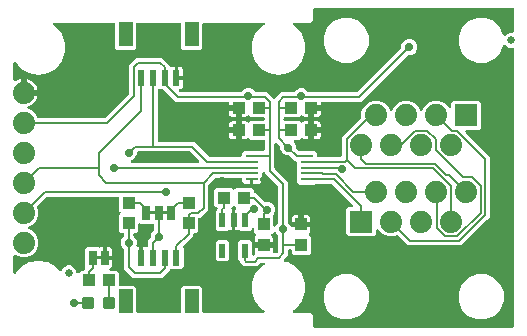
<source format=gtl>
G04 EAGLE Gerber RS-274X export*
G75*
%MOMM*%
%FSLAX34Y34*%
%LPD*%
%INTop Copper*%
%IPPOS*%
%AMOC8*
5,1,8,0,0,1.08239X$1,22.5*%
G01*
%ADD10R,1.200000X2.000000*%
%ADD11R,0.600000X1.350000*%
%ADD12R,1.100000X0.250000*%
%ADD13R,1.100000X1.000000*%
%ADD14C,1.879600*%
%ADD15R,1.879600X1.879600*%
%ADD16R,1.000000X1.100000*%
%ADD17R,0.660400X1.270000*%
%ADD18C,0.635000*%
%ADD19R,0.550000X1.200000*%
%ADD20C,0.300000*%
%ADD21C,0.203200*%
%ADD22C,0.736600*%

G36*
X426584Y4080D02*
X426584Y4080D01*
X426703Y4087D01*
X426741Y4100D01*
X426782Y4105D01*
X426892Y4148D01*
X427005Y4185D01*
X427040Y4207D01*
X427077Y4222D01*
X427173Y4291D01*
X427274Y4355D01*
X427302Y4385D01*
X427335Y4408D01*
X427411Y4500D01*
X427492Y4587D01*
X427512Y4622D01*
X427537Y4653D01*
X427588Y4761D01*
X427646Y4865D01*
X427656Y4905D01*
X427673Y4941D01*
X427695Y5058D01*
X427725Y5173D01*
X427729Y5233D01*
X427733Y5253D01*
X427731Y5274D01*
X427735Y5334D01*
X427735Y240157D01*
X427720Y240275D01*
X427713Y240394D01*
X427700Y240432D01*
X427695Y240473D01*
X427652Y240583D01*
X427615Y240696D01*
X427593Y240731D01*
X427578Y240768D01*
X427509Y240864D01*
X427445Y240965D01*
X427415Y240993D01*
X427392Y241026D01*
X427300Y241102D01*
X427213Y241183D01*
X427178Y241203D01*
X427147Y241228D01*
X427039Y241279D01*
X426935Y241337D01*
X426895Y241347D01*
X426859Y241364D01*
X426742Y241386D01*
X426627Y241416D01*
X426567Y241420D01*
X426547Y241424D01*
X426526Y241422D01*
X426466Y241426D01*
X424212Y241426D01*
X421925Y242374D01*
X420834Y243464D01*
X420795Y243495D01*
X420761Y243532D01*
X420669Y243592D01*
X420583Y243659D01*
X420537Y243679D01*
X420496Y243706D01*
X420392Y243742D01*
X420291Y243786D01*
X420242Y243793D01*
X420195Y243810D01*
X420085Y243818D01*
X419977Y243835D01*
X419927Y243831D01*
X419878Y243835D01*
X419770Y243816D01*
X419660Y243806D01*
X419613Y243789D01*
X419564Y243780D01*
X419464Y243735D01*
X419361Y243698D01*
X419320Y243670D01*
X419274Y243650D01*
X419189Y243581D01*
X419098Y243519D01*
X419065Y243482D01*
X419026Y243451D01*
X418960Y243363D01*
X418887Y243281D01*
X418865Y243237D01*
X418835Y243197D01*
X418764Y243053D01*
X416199Y236860D01*
X410840Y231501D01*
X403839Y228601D01*
X396261Y228601D01*
X389260Y231501D01*
X383901Y236860D01*
X381001Y243861D01*
X381001Y251439D01*
X383901Y258440D01*
X389260Y263799D01*
X396261Y266699D01*
X403839Y266699D01*
X410840Y263799D01*
X416199Y258440D01*
X418764Y252247D01*
X418788Y252204D01*
X418805Y252158D01*
X418867Y252067D01*
X418921Y251971D01*
X418956Y251935D01*
X418984Y251894D01*
X419066Y251822D01*
X419143Y251743D01*
X419185Y251717D01*
X419222Y251684D01*
X419320Y251634D01*
X419414Y251577D01*
X419461Y251562D01*
X419506Y251539D01*
X419613Y251515D01*
X419718Y251483D01*
X419767Y251481D01*
X419816Y251470D01*
X419926Y251473D01*
X420035Y251468D01*
X420084Y251478D01*
X420134Y251479D01*
X420239Y251510D01*
X420347Y251532D01*
X420392Y251554D01*
X420439Y251568D01*
X420534Y251623D01*
X420633Y251672D01*
X420670Y251704D01*
X420713Y251729D01*
X420834Y251836D01*
X421925Y252926D01*
X424212Y253874D01*
X426466Y253874D01*
X426584Y253889D01*
X426703Y253896D01*
X426741Y253909D01*
X426782Y253914D01*
X426892Y253957D01*
X427005Y253994D01*
X427040Y254016D01*
X427077Y254031D01*
X427173Y254100D01*
X427274Y254164D01*
X427302Y254194D01*
X427335Y254217D01*
X427411Y254309D01*
X427492Y254396D01*
X427512Y254431D01*
X427537Y254462D01*
X427588Y254570D01*
X427646Y254674D01*
X427656Y254714D01*
X427673Y254750D01*
X427695Y254867D01*
X427725Y254982D01*
X427729Y255042D01*
X427733Y255062D01*
X427731Y255083D01*
X427735Y255143D01*
X427735Y274066D01*
X427720Y274184D01*
X427713Y274303D01*
X427700Y274341D01*
X427695Y274382D01*
X427652Y274492D01*
X427615Y274605D01*
X427593Y274640D01*
X427578Y274677D01*
X427509Y274773D01*
X427445Y274874D01*
X427415Y274902D01*
X427392Y274935D01*
X427300Y275011D01*
X427213Y275092D01*
X427178Y275112D01*
X427147Y275137D01*
X427039Y275188D01*
X426935Y275246D01*
X426895Y275256D01*
X426859Y275273D01*
X426742Y275295D01*
X426627Y275325D01*
X426567Y275329D01*
X426547Y275333D01*
X426526Y275331D01*
X426466Y275335D01*
X259334Y275335D01*
X259216Y275320D01*
X259097Y275313D01*
X259059Y275300D01*
X259018Y275295D01*
X258908Y275252D01*
X258795Y275215D01*
X258760Y275193D01*
X258723Y275178D01*
X258627Y275109D01*
X258526Y275045D01*
X258498Y275015D01*
X258465Y274992D01*
X258389Y274900D01*
X258308Y274813D01*
X258288Y274778D01*
X258263Y274747D01*
X258212Y274639D01*
X258154Y274535D01*
X258144Y274495D01*
X258127Y274459D01*
X258105Y274342D01*
X258075Y274227D01*
X258071Y274167D01*
X258067Y274147D01*
X258069Y274126D01*
X258065Y274066D01*
X258065Y265016D01*
X255684Y262635D01*
X241597Y262635D01*
X241452Y262617D01*
X241307Y262602D01*
X241294Y262597D01*
X241281Y262595D01*
X241146Y262542D01*
X241009Y262491D01*
X240998Y262483D01*
X240985Y262478D01*
X240868Y262393D01*
X240748Y262310D01*
X240739Y262299D01*
X240728Y262292D01*
X240635Y262180D01*
X240540Y262069D01*
X240534Y262057D01*
X240525Y262047D01*
X240463Y261915D01*
X240398Y261784D01*
X240395Y261771D01*
X240390Y261759D01*
X240362Y261617D01*
X240332Y261473D01*
X240332Y261460D01*
X240330Y261447D01*
X240339Y261302D01*
X240345Y261156D01*
X240349Y261142D01*
X240350Y261129D01*
X240394Y260991D01*
X240437Y260851D01*
X240444Y260839D01*
X240448Y260827D01*
X240525Y260704D01*
X240601Y260579D01*
X240611Y260569D01*
X240618Y260558D01*
X240724Y260458D01*
X240828Y260356D01*
X240843Y260346D01*
X240849Y260340D01*
X240864Y260332D01*
X240962Y260267D01*
X243355Y258885D01*
X248480Y252778D01*
X251207Y245286D01*
X251207Y237314D01*
X248480Y229822D01*
X243356Y223715D01*
X236451Y219729D01*
X228600Y218345D01*
X220749Y219729D01*
X213845Y223715D01*
X208720Y229822D01*
X205993Y237314D01*
X205993Y245286D01*
X208720Y252778D01*
X213844Y258885D01*
X216238Y260267D01*
X216354Y260355D01*
X216472Y260440D01*
X216481Y260451D01*
X216491Y260459D01*
X216582Y260573D01*
X216675Y260685D01*
X216681Y260698D01*
X216689Y260708D01*
X216749Y260842D01*
X216810Y260973D01*
X216813Y260986D01*
X216818Y260999D01*
X216843Y261143D01*
X216870Y261286D01*
X216869Y261299D01*
X216872Y261312D01*
X216859Y261458D01*
X216850Y261603D01*
X216846Y261616D01*
X216845Y261629D01*
X216797Y261767D01*
X216752Y261905D01*
X216745Y261917D01*
X216741Y261930D01*
X216660Y262051D01*
X216582Y262174D01*
X216572Y262183D01*
X216565Y262195D01*
X216457Y262292D01*
X216351Y262392D01*
X216339Y262399D01*
X216329Y262408D01*
X216199Y262475D01*
X216072Y262546D01*
X216059Y262549D01*
X216047Y262555D01*
X215905Y262589D01*
X215764Y262625D01*
X215746Y262626D01*
X215737Y262628D01*
X215720Y262628D01*
X215603Y262635D01*
X165318Y262635D01*
X165200Y262620D01*
X165081Y262613D01*
X165043Y262600D01*
X165002Y262595D01*
X164892Y262552D01*
X164779Y262515D01*
X164744Y262493D01*
X164707Y262478D01*
X164611Y262409D01*
X164510Y262345D01*
X164482Y262315D01*
X164449Y262292D01*
X164373Y262200D01*
X164292Y262113D01*
X164272Y262078D01*
X164247Y262047D01*
X164196Y261939D01*
X164138Y261835D01*
X164128Y261795D01*
X164111Y261759D01*
X164089Y261642D01*
X164059Y261527D01*
X164055Y261467D01*
X164051Y261447D01*
X164053Y261426D01*
X164049Y261366D01*
X164049Y241387D01*
X162263Y239601D01*
X147737Y239601D01*
X145951Y241387D01*
X145951Y261366D01*
X145936Y261484D01*
X145929Y261603D01*
X145916Y261641D01*
X145911Y261682D01*
X145868Y261792D01*
X145831Y261905D01*
X145809Y261940D01*
X145794Y261977D01*
X145725Y262073D01*
X145661Y262174D01*
X145631Y262202D01*
X145608Y262235D01*
X145516Y262311D01*
X145429Y262392D01*
X145394Y262412D01*
X145363Y262437D01*
X145255Y262488D01*
X145151Y262546D01*
X145111Y262556D01*
X145075Y262573D01*
X144958Y262595D01*
X144843Y262625D01*
X144783Y262629D01*
X144763Y262633D01*
X144742Y262631D01*
X144682Y262635D01*
X109318Y262635D01*
X109200Y262620D01*
X109081Y262613D01*
X109043Y262600D01*
X109002Y262595D01*
X108892Y262552D01*
X108779Y262515D01*
X108744Y262493D01*
X108707Y262478D01*
X108611Y262409D01*
X108510Y262345D01*
X108482Y262315D01*
X108449Y262292D01*
X108373Y262200D01*
X108292Y262113D01*
X108272Y262078D01*
X108247Y262047D01*
X108196Y261939D01*
X108138Y261835D01*
X108128Y261795D01*
X108111Y261759D01*
X108089Y261642D01*
X108059Y261527D01*
X108055Y261467D01*
X108051Y261447D01*
X108053Y261426D01*
X108049Y261366D01*
X108049Y241387D01*
X106263Y239601D01*
X91737Y239601D01*
X89951Y241387D01*
X89951Y261366D01*
X89936Y261484D01*
X89929Y261603D01*
X89916Y261641D01*
X89911Y261682D01*
X89868Y261792D01*
X89831Y261905D01*
X89809Y261940D01*
X89794Y261977D01*
X89725Y262073D01*
X89661Y262174D01*
X89631Y262202D01*
X89608Y262235D01*
X89516Y262311D01*
X89429Y262392D01*
X89394Y262412D01*
X89363Y262437D01*
X89255Y262488D01*
X89151Y262546D01*
X89111Y262556D01*
X89075Y262573D01*
X88958Y262595D01*
X88843Y262625D01*
X88783Y262629D01*
X88763Y262633D01*
X88742Y262631D01*
X88682Y262635D01*
X38397Y262635D01*
X38252Y262617D01*
X38107Y262602D01*
X38094Y262597D01*
X38081Y262595D01*
X37946Y262542D01*
X37809Y262491D01*
X37798Y262483D01*
X37785Y262478D01*
X37668Y262393D01*
X37548Y262310D01*
X37539Y262299D01*
X37528Y262292D01*
X37435Y262180D01*
X37340Y262069D01*
X37334Y262057D01*
X37325Y262047D01*
X37263Y261915D01*
X37198Y261784D01*
X37195Y261771D01*
X37190Y261759D01*
X37162Y261617D01*
X37132Y261473D01*
X37132Y261460D01*
X37130Y261447D01*
X37139Y261302D01*
X37145Y261156D01*
X37149Y261142D01*
X37150Y261129D01*
X37194Y260991D01*
X37237Y260851D01*
X37244Y260839D01*
X37248Y260827D01*
X37325Y260704D01*
X37401Y260579D01*
X37411Y260569D01*
X37418Y260558D01*
X37524Y260458D01*
X37628Y260356D01*
X37643Y260346D01*
X37649Y260340D01*
X37664Y260332D01*
X37762Y260267D01*
X40155Y258885D01*
X45280Y252778D01*
X48007Y245286D01*
X48007Y237314D01*
X45280Y229822D01*
X40156Y223715D01*
X33251Y219729D01*
X25400Y218345D01*
X17549Y219729D01*
X10645Y223715D01*
X6306Y228885D01*
X6280Y228909D01*
X6260Y228938D01*
X6164Y229017D01*
X6073Y229101D01*
X6042Y229118D01*
X6015Y229141D01*
X5902Y229194D01*
X5793Y229253D01*
X5759Y229261D01*
X5727Y229276D01*
X5605Y229299D01*
X5485Y229330D01*
X5449Y229329D01*
X5414Y229336D01*
X5291Y229328D01*
X5167Y229327D01*
X5132Y229318D01*
X5097Y229316D01*
X4979Y229278D01*
X4859Y229246D01*
X4828Y229229D01*
X4795Y229218D01*
X4690Y229152D01*
X4581Y229091D01*
X4556Y229067D01*
X4526Y229048D01*
X4441Y228958D01*
X4351Y228872D01*
X4332Y228842D01*
X4308Y228816D01*
X4248Y228708D01*
X4182Y228603D01*
X4171Y228569D01*
X4154Y228538D01*
X4123Y228418D01*
X4086Y228300D01*
X4084Y228264D01*
X4075Y228230D01*
X4065Y228069D01*
X4065Y214174D01*
X4070Y214135D01*
X4067Y214095D01*
X4090Y213977D01*
X4105Y213859D01*
X4119Y213822D01*
X4127Y213783D01*
X4178Y213674D01*
X4222Y213563D01*
X4245Y213531D01*
X4262Y213495D01*
X4338Y213403D01*
X4408Y213306D01*
X4439Y213280D01*
X4464Y213250D01*
X4561Y213179D01*
X4653Y213103D01*
X4689Y213086D01*
X4722Y213062D01*
X4833Y213018D01*
X4941Y212967D01*
X4980Y212960D01*
X5017Y212945D01*
X5136Y212930D01*
X5253Y212908D01*
X5293Y212910D01*
X5333Y212905D01*
X5452Y212920D01*
X5571Y212927D01*
X5609Y212940D01*
X5648Y212945D01*
X5760Y212988D01*
X5873Y213025D01*
X5907Y213047D01*
X5944Y213061D01*
X6080Y213147D01*
X6443Y213411D01*
X8117Y214264D01*
X9904Y214845D01*
X10161Y214885D01*
X10161Y204470D01*
X10176Y204352D01*
X10183Y204233D01*
X10196Y204195D01*
X10201Y204155D01*
X10244Y204044D01*
X10281Y203931D01*
X10303Y203897D01*
X10318Y203859D01*
X10388Y203763D01*
X10451Y203662D01*
X10481Y203634D01*
X10504Y203602D01*
X10596Y203526D01*
X10683Y203444D01*
X10718Y203425D01*
X10749Y203399D01*
X10857Y203348D01*
X10961Y203291D01*
X11001Y203280D01*
X11037Y203263D01*
X11154Y203241D01*
X11269Y203211D01*
X11330Y203207D01*
X11350Y203203D01*
X11370Y203205D01*
X11430Y203201D01*
X12701Y203201D01*
X12701Y201930D01*
X12716Y201812D01*
X12723Y201693D01*
X12736Y201655D01*
X12741Y201614D01*
X12785Y201504D01*
X12821Y201391D01*
X12843Y201356D01*
X12858Y201319D01*
X12928Y201223D01*
X12991Y201122D01*
X13021Y201094D01*
X13045Y201061D01*
X13136Y200986D01*
X13223Y200904D01*
X13258Y200884D01*
X13290Y200859D01*
X13397Y200808D01*
X13502Y200750D01*
X13541Y200740D01*
X13577Y200723D01*
X13694Y200701D01*
X13809Y200671D01*
X13870Y200667D01*
X13890Y200663D01*
X13910Y200665D01*
X13970Y200661D01*
X24385Y200661D01*
X24345Y200404D01*
X23764Y198617D01*
X22911Y196943D01*
X21806Y195422D01*
X20478Y194094D01*
X18957Y192989D01*
X17283Y192136D01*
X16818Y191985D01*
X16791Y191972D01*
X16762Y191965D01*
X16648Y191905D01*
X16530Y191850D01*
X16507Y191831D01*
X16481Y191817D01*
X16385Y191730D01*
X16285Y191647D01*
X16268Y191623D01*
X16246Y191603D01*
X16174Y191494D01*
X16098Y191390D01*
X16087Y191362D01*
X16071Y191337D01*
X16029Y191214D01*
X15981Y191094D01*
X15977Y191064D01*
X15968Y191036D01*
X15957Y190907D01*
X15941Y190779D01*
X15945Y190749D01*
X15942Y190719D01*
X15965Y190591D01*
X15981Y190463D01*
X15992Y190435D01*
X15997Y190406D01*
X16050Y190288D01*
X16098Y190167D01*
X16115Y190143D01*
X16127Y190116D01*
X16208Y190015D01*
X16284Y189910D01*
X16307Y189891D01*
X16326Y189867D01*
X16430Y189789D01*
X16529Y189707D01*
X16556Y189694D01*
X16580Y189676D01*
X16725Y189605D01*
X19750Y188352D01*
X23252Y184850D01*
X24164Y182648D01*
X24179Y182623D01*
X24188Y182595D01*
X24257Y182485D01*
X24322Y182372D01*
X24342Y182351D01*
X24358Y182326D01*
X24452Y182237D01*
X24543Y182144D01*
X24568Y182128D01*
X24590Y182108D01*
X24703Y182045D01*
X24814Y181977D01*
X24842Y181969D01*
X24868Y181954D01*
X24994Y181922D01*
X25118Y181884D01*
X25147Y181882D01*
X25176Y181875D01*
X25337Y181865D01*
X81302Y181865D01*
X81401Y181877D01*
X81500Y181880D01*
X81558Y181897D01*
X81618Y181905D01*
X81710Y181941D01*
X81805Y181969D01*
X81857Y181999D01*
X81914Y182022D01*
X81994Y182080D01*
X82079Y182130D01*
X82154Y182196D01*
X82171Y182208D01*
X82179Y182218D01*
X82200Y182236D01*
X101770Y201806D01*
X101830Y201884D01*
X101898Y201956D01*
X101927Y202009D01*
X101964Y202057D01*
X102004Y202148D01*
X102052Y202235D01*
X102067Y202294D01*
X102091Y202349D01*
X102106Y202447D01*
X102131Y202543D01*
X102137Y202643D01*
X102141Y202663D01*
X102139Y202676D01*
X102141Y202704D01*
X102141Y226761D01*
X104894Y229514D01*
X105292Y229912D01*
X108045Y232665D01*
X129954Y232665D01*
X136065Y226554D01*
X136065Y226423D01*
X136077Y226324D01*
X136080Y226225D01*
X136097Y226167D01*
X136105Y226107D01*
X136141Y226015D01*
X136169Y225920D01*
X136199Y225868D01*
X136222Y225811D01*
X136280Y225731D01*
X136330Y225646D01*
X136396Y225570D01*
X136408Y225554D01*
X136418Y225546D01*
X136436Y225525D01*
X136653Y225308D01*
X136737Y225244D01*
X136814Y225172D01*
X136862Y225147D01*
X136904Y225114D01*
X137001Y225071D01*
X137094Y225022D01*
X137147Y225009D01*
X137196Y224987D01*
X137301Y224971D01*
X137403Y224945D01*
X137457Y224946D01*
X137510Y224937D01*
X137616Y224947D01*
X137721Y224948D01*
X137805Y224965D01*
X137827Y224967D01*
X137842Y224972D01*
X137879Y224980D01*
X138666Y225191D01*
X140501Y225191D01*
X140501Y216130D01*
X140516Y216012D01*
X140523Y215893D01*
X140535Y215855D01*
X140541Y215815D01*
X140584Y215704D01*
X140621Y215591D01*
X140643Y215557D01*
X140658Y215519D01*
X140727Y215423D01*
X140791Y215322D01*
X140821Y215294D01*
X140844Y215262D01*
X140936Y215186D01*
X141023Y215104D01*
X141058Y215085D01*
X141089Y215059D01*
X141133Y215039D01*
X141188Y214962D01*
X141251Y214862D01*
X141281Y214834D01*
X141305Y214801D01*
X141396Y214725D01*
X141483Y214644D01*
X141518Y214624D01*
X141550Y214599D01*
X141657Y214548D01*
X141762Y214490D01*
X141801Y214480D01*
X141837Y214463D01*
X141954Y214441D01*
X142070Y214411D01*
X142130Y214407D01*
X142150Y214403D01*
X142170Y214405D01*
X142230Y214401D01*
X147541Y214401D01*
X147541Y208816D01*
X147368Y208169D01*
X147033Y207590D01*
X146560Y207117D01*
X145981Y206782D01*
X145334Y206609D01*
X145103Y206609D01*
X144965Y206592D01*
X144827Y206579D01*
X144808Y206572D01*
X144788Y206569D01*
X144658Y206518D01*
X144528Y206471D01*
X144511Y206460D01*
X144492Y206452D01*
X144380Y206371D01*
X144265Y206293D01*
X144251Y206277D01*
X144235Y206266D01*
X144146Y206158D01*
X144054Y206054D01*
X144045Y206036D01*
X144032Y206021D01*
X143973Y205895D01*
X143909Y205771D01*
X143905Y205751D01*
X143896Y205733D01*
X143870Y205597D01*
X143840Y205461D01*
X143840Y205440D01*
X143837Y205421D01*
X143845Y205282D01*
X143850Y205143D01*
X143855Y205123D01*
X143856Y205103D01*
X143899Y204971D01*
X143938Y204837D01*
X143948Y204820D01*
X143954Y204801D01*
X144029Y204683D01*
X144099Y204563D01*
X144118Y204542D01*
X144125Y204532D01*
X144140Y204518D01*
X144206Y204442D01*
X144822Y203826D01*
X144900Y203766D01*
X144972Y203698D01*
X145025Y203669D01*
X145073Y203632D01*
X145164Y203592D01*
X145251Y203544D01*
X145309Y203529D01*
X145365Y203505D01*
X145463Y203490D01*
X145559Y203465D01*
X145659Y203459D01*
X145679Y203455D01*
X145691Y203457D01*
X145719Y203455D01*
X196095Y203455D01*
X196124Y203458D01*
X196154Y203456D01*
X196282Y203478D01*
X196411Y203495D01*
X196438Y203505D01*
X196467Y203510D01*
X196586Y203564D01*
X196706Y203612D01*
X196730Y203629D01*
X196757Y203641D01*
X196858Y203722D01*
X196964Y203798D01*
X196983Y203821D01*
X197006Y203840D01*
X197084Y203943D01*
X197167Y204043D01*
X197179Y204070D01*
X197197Y204094D01*
X197268Y204238D01*
X197275Y204255D01*
X199168Y206148D01*
X201642Y207173D01*
X204321Y207173D01*
X206795Y206148D01*
X208688Y204255D01*
X208695Y204238D01*
X208710Y204213D01*
X208719Y204185D01*
X208788Y204075D01*
X208853Y203962D01*
X208873Y203941D01*
X208889Y203916D01*
X208984Y203827D01*
X209074Y203734D01*
X209099Y203718D01*
X209121Y203698D01*
X209234Y203635D01*
X209345Y203567D01*
X209373Y203559D01*
X209399Y203544D01*
X209525Y203512D01*
X209649Y203474D01*
X209679Y203472D01*
X209707Y203465D01*
X209868Y203455D01*
X218854Y203455D01*
X223893Y198416D01*
X223987Y198343D01*
X224076Y198264D01*
X224112Y198246D01*
X224144Y198221D01*
X224253Y198174D01*
X224359Y198120D01*
X224398Y198111D01*
X224436Y198095D01*
X224553Y198076D01*
X224669Y198050D01*
X224710Y198051D01*
X224750Y198045D01*
X224868Y198056D01*
X224987Y198060D01*
X225026Y198071D01*
X225066Y198075D01*
X225179Y198115D01*
X225293Y198148D01*
X225328Y198168D01*
X225366Y198182D01*
X225464Y198249D01*
X225567Y198309D01*
X225612Y198349D01*
X225629Y198361D01*
X225642Y198376D01*
X225688Y198416D01*
X227974Y200702D01*
X230726Y203455D01*
X240836Y203455D01*
X240934Y203467D01*
X241033Y203470D01*
X241091Y203487D01*
X241151Y203495D01*
X241243Y203531D01*
X241339Y203559D01*
X241391Y203589D01*
X241447Y203612D01*
X241527Y203670D01*
X241613Y203720D01*
X241688Y203786D01*
X241704Y203798D01*
X241712Y203808D01*
X241733Y203826D01*
X243738Y205831D01*
X246212Y206856D01*
X248890Y206856D01*
X251364Y205831D01*
X253369Y203826D01*
X253447Y203766D01*
X253519Y203698D01*
X253572Y203669D01*
X253620Y203632D01*
X253711Y203592D01*
X253797Y203544D01*
X253856Y203529D01*
X253912Y203505D01*
X254010Y203490D01*
X254105Y203465D01*
X254205Y203459D01*
X254226Y203455D01*
X254238Y203457D01*
X254266Y203455D01*
X294336Y203455D01*
X294434Y203467D01*
X294533Y203470D01*
X294591Y203487D01*
X294651Y203495D01*
X294743Y203531D01*
X294838Y203559D01*
X294890Y203589D01*
X294947Y203612D01*
X295027Y203670D01*
X295112Y203720D01*
X295188Y203786D01*
X295204Y203798D01*
X295212Y203808D01*
X295233Y203826D01*
X331987Y240580D01*
X332047Y240658D01*
X332115Y240730D01*
X332144Y240783D01*
X332181Y240831D01*
X332221Y240922D01*
X332269Y241009D01*
X332284Y241067D01*
X332308Y241123D01*
X332323Y241221D01*
X332348Y241317D01*
X332354Y241417D01*
X332358Y241437D01*
X332356Y241449D01*
X332358Y241477D01*
X332358Y243274D01*
X333383Y245748D01*
X335277Y247642D01*
X337751Y248667D01*
X340429Y248667D01*
X342903Y247642D01*
X344797Y245748D01*
X345822Y243274D01*
X345822Y240596D01*
X344797Y238122D01*
X342903Y236228D01*
X340429Y235203D01*
X338632Y235203D01*
X338534Y235191D01*
X338435Y235188D01*
X338377Y235171D01*
X338317Y235163D01*
X338225Y235127D01*
X338130Y235099D01*
X338078Y235069D01*
X338021Y235046D01*
X337941Y234988D01*
X337856Y234938D01*
X337780Y234872D01*
X337764Y234860D01*
X337756Y234850D01*
X337735Y234832D01*
X298229Y195325D01*
X265460Y195325D01*
X265342Y195310D01*
X265223Y195303D01*
X265185Y195290D01*
X265144Y195285D01*
X265034Y195242D01*
X264921Y195205D01*
X264886Y195183D01*
X264849Y195168D01*
X264753Y195099D01*
X264652Y195035D01*
X264624Y195005D01*
X264591Y194982D01*
X264515Y194890D01*
X264434Y194803D01*
X264414Y194768D01*
X264389Y194737D01*
X264338Y194629D01*
X264280Y194525D01*
X264270Y194485D01*
X264253Y194449D01*
X264231Y194332D01*
X264201Y194217D01*
X264197Y194157D01*
X264193Y194137D01*
X264195Y194116D01*
X264191Y194056D01*
X264191Y192999D01*
X257380Y192999D01*
X257262Y192984D01*
X257143Y192977D01*
X257105Y192964D01*
X257065Y192959D01*
X256954Y192916D01*
X256841Y192879D01*
X256807Y192857D01*
X256769Y192842D01*
X256673Y192773D01*
X256572Y192709D01*
X256544Y192679D01*
X256512Y192656D01*
X256436Y192564D01*
X256354Y192477D01*
X256335Y192442D01*
X256309Y192411D01*
X256258Y192303D01*
X256201Y192199D01*
X256191Y192159D01*
X256173Y192123D01*
X256151Y192006D01*
X256121Y191891D01*
X256117Y191831D01*
X256114Y191811D01*
X256115Y191790D01*
X256111Y191730D01*
X256111Y190539D01*
X254920Y190539D01*
X254802Y190524D01*
X254683Y190517D01*
X254645Y190504D01*
X254604Y190499D01*
X254494Y190455D01*
X254381Y190419D01*
X254346Y190397D01*
X254309Y190382D01*
X254212Y190312D01*
X254112Y190249D01*
X254084Y190219D01*
X254051Y190195D01*
X253975Y190104D01*
X253894Y190017D01*
X253874Y189982D01*
X253849Y189950D01*
X253798Y189843D01*
X253740Y189738D01*
X253730Y189699D01*
X253713Y189663D01*
X253691Y189546D01*
X253661Y189430D01*
X253657Y189370D01*
X253653Y189350D01*
X253655Y189330D01*
X253651Y189270D01*
X253651Y182959D01*
X250316Y182959D01*
X249669Y183132D01*
X249090Y183467D01*
X248907Y183650D01*
X248813Y183723D01*
X248723Y183802D01*
X248687Y183820D01*
X248655Y183845D01*
X248546Y183892D01*
X248440Y183947D01*
X248401Y183955D01*
X248364Y183971D01*
X248246Y183990D01*
X248130Y184016D01*
X248089Y184015D01*
X248049Y184021D01*
X247931Y184010D01*
X247812Y184007D01*
X247773Y183995D01*
X247733Y183991D01*
X247621Y183951D01*
X247506Y183918D01*
X247472Y183898D01*
X247434Y183884D01*
X247335Y183817D01*
X247233Y183757D01*
X247187Y183717D01*
X247170Y183705D01*
X247157Y183690D01*
X247112Y183650D01*
X245913Y182451D01*
X233934Y182451D01*
X233816Y182436D01*
X233697Y182429D01*
X233659Y182416D01*
X233618Y182411D01*
X233508Y182368D01*
X233395Y182331D01*
X233360Y182309D01*
X233323Y182294D01*
X233227Y182225D01*
X233126Y182161D01*
X233098Y182131D01*
X233065Y182108D01*
X232989Y182016D01*
X232908Y181929D01*
X232888Y181894D01*
X232863Y181863D01*
X232812Y181755D01*
X232754Y181651D01*
X232744Y181611D01*
X232727Y181575D01*
X232705Y181458D01*
X232675Y181343D01*
X232671Y181283D01*
X232667Y181263D01*
X232669Y181242D01*
X232665Y181182D01*
X232665Y180768D01*
X232680Y180650D01*
X232687Y180531D01*
X232700Y180493D01*
X232705Y180452D01*
X232748Y180342D01*
X232785Y180229D01*
X232807Y180194D01*
X232822Y180157D01*
X232891Y180061D01*
X232955Y179960D01*
X232985Y179932D01*
X233008Y179899D01*
X233100Y179823D01*
X233187Y179742D01*
X233222Y179722D01*
X233253Y179697D01*
X233361Y179646D01*
X233465Y179588D01*
X233505Y179578D01*
X233541Y179561D01*
X233658Y179539D01*
X233773Y179509D01*
X233833Y179505D01*
X233853Y179501D01*
X233874Y179503D01*
X233934Y179499D01*
X245913Y179499D01*
X247112Y178300D01*
X247199Y178232D01*
X247238Y178195D01*
X247247Y178190D01*
X247295Y178148D01*
X247331Y178130D01*
X247363Y178105D01*
X247472Y178058D01*
X247578Y178003D01*
X247618Y177995D01*
X247655Y177979D01*
X247773Y177960D01*
X247889Y177934D01*
X247929Y177935D01*
X247969Y177929D01*
X248088Y177940D01*
X248206Y177943D01*
X248245Y177955D01*
X248286Y177959D01*
X248398Y177999D01*
X248512Y178032D01*
X248547Y178052D01*
X248585Y178066D01*
X248683Y178133D01*
X248786Y178193D01*
X248831Y178233D01*
X248848Y178245D01*
X248861Y178260D01*
X248907Y178300D01*
X249090Y178483D01*
X249669Y178818D01*
X250316Y178991D01*
X253651Y178991D01*
X253651Y172680D01*
X253666Y172562D01*
X253673Y172443D01*
X253685Y172405D01*
X253691Y172365D01*
X253734Y172254D01*
X253771Y172141D01*
X253793Y172107D01*
X253808Y172069D01*
X253877Y171973D01*
X253941Y171872D01*
X253971Y171844D01*
X253994Y171812D01*
X254086Y171736D01*
X254173Y171654D01*
X254208Y171635D01*
X254239Y171609D01*
X254347Y171558D01*
X254451Y171501D01*
X254491Y171491D01*
X254527Y171473D01*
X254634Y171453D01*
X254604Y171449D01*
X254494Y171405D01*
X254381Y171369D01*
X254346Y171347D01*
X254309Y171332D01*
X254212Y171262D01*
X254112Y171199D01*
X254084Y171169D01*
X254051Y171145D01*
X253975Y171054D01*
X253894Y170967D01*
X253874Y170932D01*
X253849Y170900D01*
X253798Y170793D01*
X253740Y170688D01*
X253730Y170649D01*
X253713Y170613D01*
X253691Y170496D01*
X253661Y170380D01*
X253657Y170320D01*
X253653Y170300D01*
X253655Y170280D01*
X253651Y170220D01*
X253651Y163909D01*
X250316Y163909D01*
X249669Y164082D01*
X249090Y164417D01*
X248907Y164600D01*
X248813Y164673D01*
X248723Y164752D01*
X248687Y164770D01*
X248655Y164795D01*
X248546Y164842D01*
X248440Y164897D01*
X248401Y164905D01*
X248364Y164921D01*
X248246Y164940D01*
X248130Y164966D01*
X248089Y164965D01*
X248049Y164971D01*
X247931Y164960D01*
X247812Y164957D01*
X247773Y164945D01*
X247733Y164941D01*
X247621Y164901D01*
X247506Y164868D01*
X247472Y164848D01*
X247434Y164834D01*
X247335Y164767D01*
X247233Y164707D01*
X247187Y164667D01*
X247170Y164655D01*
X247157Y164640D01*
X247112Y164600D01*
X245913Y163401D01*
X242883Y163401D01*
X242745Y163384D01*
X242607Y163371D01*
X242588Y163364D01*
X242568Y163361D01*
X242438Y163310D01*
X242307Y163263D01*
X242291Y163252D01*
X242272Y163244D01*
X242159Y163163D01*
X242044Y163085D01*
X242031Y163069D01*
X242015Y163058D01*
X241926Y162950D01*
X241834Y162846D01*
X241825Y162828D01*
X241812Y162813D01*
X241752Y162687D01*
X241689Y162563D01*
X241685Y162543D01*
X241676Y162525D01*
X241650Y162388D01*
X241620Y162253D01*
X241620Y162232D01*
X241616Y162213D01*
X241625Y162074D01*
X241629Y161935D01*
X241635Y161915D01*
X241636Y161895D01*
X241679Y161763D01*
X241718Y161629D01*
X241728Y161612D01*
X241734Y161593D01*
X241808Y161475D01*
X241879Y161355D01*
X241898Y161334D01*
X241904Y161324D01*
X241919Y161310D01*
X241986Y161235D01*
X242562Y160658D01*
X243587Y158184D01*
X243587Y156387D01*
X243599Y156289D01*
X243602Y156190D01*
X243619Y156132D01*
X243627Y156072D01*
X243663Y155980D01*
X243691Y155885D01*
X243721Y155833D01*
X243744Y155776D01*
X243802Y155696D01*
X243852Y155611D01*
X243887Y155571D01*
X243890Y155567D01*
X243896Y155561D01*
X243918Y155535D01*
X243930Y155519D01*
X243940Y155511D01*
X243958Y155490D01*
X244903Y154545D01*
X244981Y154485D01*
X245053Y154417D01*
X245106Y154388D01*
X245154Y154351D01*
X245245Y154311D01*
X245332Y154263D01*
X245390Y154248D01*
X245446Y154224D01*
X245544Y154209D01*
X245640Y154184D01*
X245740Y154178D01*
X245760Y154174D01*
X245772Y154176D01*
X245800Y154174D01*
X259023Y154174D01*
X260809Y152388D01*
X260809Y150209D01*
X260824Y150091D01*
X260831Y149972D01*
X260844Y149934D01*
X260849Y149893D01*
X260892Y149783D01*
X260929Y149670D01*
X260951Y149635D01*
X260966Y149598D01*
X261035Y149502D01*
X261099Y149401D01*
X261129Y149373D01*
X261152Y149340D01*
X261244Y149264D01*
X261331Y149183D01*
X261366Y149163D01*
X261397Y149138D01*
X261505Y149087D01*
X261609Y149029D01*
X261649Y149019D01*
X261685Y149002D01*
X261802Y148980D01*
X261917Y148950D01*
X261977Y148946D01*
X261997Y148942D01*
X262018Y148944D01*
X262078Y148940D01*
X280924Y148940D01*
X281042Y148955D01*
X281161Y148962D01*
X281199Y148975D01*
X281240Y148980D01*
X281350Y149023D01*
X281463Y149060D01*
X281498Y149082D01*
X281535Y149097D01*
X281631Y149166D01*
X281732Y149230D01*
X281760Y149260D01*
X281793Y149283D01*
X281868Y149375D01*
X281950Y149462D01*
X281970Y149497D01*
X281995Y149528D01*
X282046Y149636D01*
X282104Y149740D01*
X282114Y149780D01*
X282131Y149816D01*
X282153Y149933D01*
X282183Y150048D01*
X282187Y150108D01*
X282191Y150128D01*
X282189Y150149D01*
X282193Y150209D01*
X282193Y165484D01*
X298332Y181622D01*
X298392Y181700D01*
X298460Y181772D01*
X298489Y181825D01*
X298526Y181873D01*
X298566Y181964D01*
X298614Y182051D01*
X298629Y182110D01*
X298653Y182165D01*
X298668Y182263D01*
X298693Y182359D01*
X298699Y182459D01*
X298703Y182479D01*
X298701Y182492D01*
X298703Y182520D01*
X298703Y186626D01*
X300598Y191200D01*
X304100Y194702D01*
X308674Y196597D01*
X313626Y196597D01*
X318200Y194702D01*
X321702Y191200D01*
X322677Y188845D01*
X322746Y188725D01*
X322811Y188602D01*
X322825Y188587D01*
X322835Y188569D01*
X322932Y188469D01*
X323025Y188366D01*
X323042Y188355D01*
X323056Y188341D01*
X323174Y188268D01*
X323291Y188192D01*
X323310Y188185D01*
X323327Y188174D01*
X323460Y188134D01*
X323592Y188088D01*
X323612Y188087D01*
X323631Y188081D01*
X323770Y188074D01*
X323909Y188063D01*
X323929Y188067D01*
X323949Y188066D01*
X324085Y188094D01*
X324222Y188118D01*
X324241Y188126D01*
X324260Y188130D01*
X324385Y188191D01*
X324512Y188248D01*
X324528Y188261D01*
X324546Y188270D01*
X324652Y188360D01*
X324760Y188447D01*
X324773Y188463D01*
X324788Y188476D01*
X324868Y188589D01*
X324952Y188701D01*
X324964Y188726D01*
X324971Y188736D01*
X324978Y188755D01*
X325023Y188845D01*
X325998Y191200D01*
X329500Y194702D01*
X334074Y196597D01*
X339026Y196597D01*
X343600Y194702D01*
X347102Y191200D01*
X348077Y188845D01*
X348146Y188725D01*
X348211Y188602D01*
X348225Y188587D01*
X348235Y188569D01*
X348332Y188469D01*
X348425Y188366D01*
X348442Y188355D01*
X348456Y188341D01*
X348574Y188268D01*
X348691Y188192D01*
X348710Y188185D01*
X348727Y188174D01*
X348860Y188134D01*
X348992Y188088D01*
X349012Y188087D01*
X349031Y188081D01*
X349170Y188074D01*
X349309Y188063D01*
X349329Y188067D01*
X349349Y188066D01*
X349485Y188094D01*
X349622Y188118D01*
X349641Y188126D01*
X349660Y188130D01*
X349785Y188191D01*
X349912Y188248D01*
X349928Y188261D01*
X349946Y188270D01*
X350052Y188360D01*
X350160Y188447D01*
X350173Y188463D01*
X350188Y188476D01*
X350268Y188589D01*
X350352Y188701D01*
X350364Y188726D01*
X350371Y188736D01*
X350378Y188755D01*
X350423Y188845D01*
X351398Y191200D01*
X354900Y194702D01*
X359474Y196597D01*
X364426Y196597D01*
X369000Y194702D01*
X372516Y191186D01*
X372522Y191173D01*
X372574Y191100D01*
X372619Y191022D01*
X372667Y190972D01*
X372708Y190915D01*
X372778Y190858D01*
X372840Y190794D01*
X372900Y190757D01*
X372953Y190712D01*
X373035Y190674D01*
X373111Y190627D01*
X373178Y190607D01*
X373241Y190577D01*
X373329Y190560D01*
X373415Y190534D01*
X373485Y190530D01*
X373554Y190517D01*
X373643Y190523D01*
X373733Y190518D01*
X373801Y190533D01*
X373871Y190537D01*
X373956Y190565D01*
X374044Y190583D01*
X374107Y190613D01*
X374173Y190635D01*
X374249Y190683D01*
X374330Y190722D01*
X374383Y190768D01*
X374442Y190805D01*
X374504Y190870D01*
X374572Y190929D01*
X374612Y190986D01*
X374660Y191037D01*
X374703Y191115D01*
X374755Y191189D01*
X374780Y191254D01*
X374814Y191315D01*
X374836Y191402D01*
X374868Y191486D01*
X374876Y191556D01*
X374893Y191623D01*
X374903Y191784D01*
X374903Y194811D01*
X376689Y196597D01*
X398011Y196597D01*
X399797Y194811D01*
X399797Y173489D01*
X398011Y171703D01*
X387751Y171703D01*
X387614Y171686D01*
X387475Y171673D01*
X387456Y171666D01*
X387436Y171663D01*
X387307Y171612D01*
X387176Y171565D01*
X387159Y171554D01*
X387140Y171546D01*
X387028Y171465D01*
X386913Y171387D01*
X386899Y171371D01*
X386883Y171360D01*
X386794Y171252D01*
X386702Y171148D01*
X386693Y171130D01*
X386680Y171115D01*
X386621Y170989D01*
X386558Y170865D01*
X386553Y170845D01*
X386545Y170827D01*
X386518Y170691D01*
X386488Y170555D01*
X386489Y170534D01*
X386485Y170515D01*
X386493Y170376D01*
X386498Y170237D01*
X386503Y170217D01*
X386505Y170197D01*
X386547Y170065D01*
X386586Y169931D01*
X386596Y169914D01*
X386603Y169895D01*
X386677Y169777D01*
X386748Y169657D01*
X386766Y169636D01*
X386773Y169626D01*
X386788Y169612D01*
X386854Y169537D01*
X404664Y151727D01*
X407417Y148974D01*
X407417Y98368D01*
X404664Y95615D01*
X385715Y76666D01*
X382962Y73913D01*
X338071Y73913D01*
X329843Y82142D01*
X329819Y82160D01*
X329800Y82182D01*
X329694Y82257D01*
X329591Y82337D01*
X329564Y82349D01*
X329540Y82366D01*
X329419Y82412D01*
X329299Y82463D01*
X329270Y82468D01*
X329243Y82478D01*
X329114Y82493D01*
X328985Y82513D01*
X328956Y82510D01*
X328927Y82514D01*
X328798Y82495D01*
X328669Y82483D01*
X328641Y82473D01*
X328612Y82469D01*
X328459Y82417D01*
X326326Y81533D01*
X321374Y81533D01*
X316800Y83428D01*
X313284Y86944D01*
X313278Y86957D01*
X313226Y87030D01*
X313181Y87108D01*
X313133Y87158D01*
X313092Y87215D01*
X313022Y87272D01*
X312960Y87336D01*
X312900Y87373D01*
X312847Y87418D01*
X312765Y87456D01*
X312689Y87503D01*
X312622Y87523D01*
X312559Y87553D01*
X312471Y87570D01*
X312385Y87596D01*
X312315Y87600D01*
X312246Y87613D01*
X312157Y87607D01*
X312067Y87612D01*
X311999Y87597D01*
X311929Y87593D01*
X311844Y87565D01*
X311756Y87547D01*
X311693Y87517D01*
X311627Y87495D01*
X311551Y87447D01*
X311470Y87408D01*
X311417Y87362D01*
X311358Y87325D01*
X311296Y87260D01*
X311228Y87201D01*
X311188Y87144D01*
X311140Y87093D01*
X311097Y87015D01*
X311045Y86941D01*
X311020Y86876D01*
X310986Y86815D01*
X310964Y86728D01*
X310932Y86644D01*
X310924Y86574D01*
X310907Y86507D01*
X310897Y86346D01*
X310897Y83319D01*
X309111Y81533D01*
X287789Y81533D01*
X286003Y83319D01*
X286003Y104641D01*
X287789Y106427D01*
X290525Y106427D01*
X290662Y106444D01*
X290801Y106457D01*
X290820Y106464D01*
X290840Y106467D01*
X290969Y106518D01*
X291100Y106565D01*
X291117Y106576D01*
X291136Y106584D01*
X291248Y106665D01*
X291364Y106743D01*
X291377Y106759D01*
X291393Y106770D01*
X291482Y106878D01*
X291574Y106982D01*
X291583Y107000D01*
X291596Y107015D01*
X291655Y107141D01*
X291719Y107265D01*
X291723Y107285D01*
X291732Y107303D01*
X291758Y107439D01*
X291788Y107575D01*
X291788Y107596D01*
X291792Y107615D01*
X291783Y107754D01*
X291779Y107893D01*
X291773Y107913D01*
X291772Y107933D01*
X291729Y108065D01*
X291690Y108199D01*
X291680Y108216D01*
X291674Y108235D01*
X291599Y108353D01*
X291529Y108473D01*
X291510Y108494D01*
X291504Y108504D01*
X291489Y108518D01*
X291422Y108593D01*
X274036Y125980D01*
X273958Y126040D01*
X273886Y126108D01*
X273833Y126137D01*
X273785Y126175D01*
X273694Y126214D01*
X273607Y126262D01*
X273549Y126277D01*
X273493Y126301D01*
X273395Y126317D01*
X273299Y126341D01*
X273199Y126348D01*
X273179Y126351D01*
X273167Y126350D01*
X273139Y126351D01*
X267960Y126351D01*
X267862Y126339D01*
X267763Y126336D01*
X267705Y126319D01*
X267645Y126312D01*
X267552Y126275D01*
X267457Y126248D01*
X267405Y126217D01*
X267349Y126195D01*
X267269Y126136D01*
X267183Y126086D01*
X267108Y126020D01*
X267092Y126008D01*
X267084Y125998D01*
X267063Y125980D01*
X266843Y125760D01*
X259783Y125760D01*
X259684Y125748D01*
X259585Y125745D01*
X259527Y125728D01*
X259467Y125720D01*
X259375Y125684D01*
X259280Y125656D01*
X259228Y125626D01*
X259171Y125603D01*
X259091Y125545D01*
X259059Y125526D01*
X245497Y125526D01*
X243711Y127312D01*
X243711Y144541D01*
X243696Y144659D01*
X243689Y144778D01*
X243676Y144816D01*
X243671Y144857D01*
X243628Y144967D01*
X243591Y145080D01*
X243569Y145115D01*
X243554Y145152D01*
X243485Y145248D01*
X243421Y145349D01*
X243391Y145377D01*
X243368Y145410D01*
X243276Y145486D01*
X243189Y145567D01*
X243154Y145587D01*
X243123Y145612D01*
X243015Y145663D01*
X242911Y145721D01*
X242871Y145731D01*
X242835Y145748D01*
X242718Y145770D01*
X242603Y145800D01*
X242543Y145804D01*
X242523Y145808D01*
X242502Y145806D01*
X242442Y145810D01*
X242141Y145810D01*
X238210Y149742D01*
X238132Y149802D01*
X238060Y149870D01*
X238007Y149899D01*
X237959Y149936D01*
X237868Y149976D01*
X237781Y150024D01*
X237723Y150039D01*
X237667Y150063D01*
X237569Y150078D01*
X237473Y150103D01*
X237373Y150109D01*
X237353Y150113D01*
X237341Y150111D01*
X237313Y150113D01*
X235516Y150113D01*
X233042Y151138D01*
X231148Y153032D01*
X230123Y155506D01*
X230123Y157303D01*
X230111Y157401D01*
X230108Y157500D01*
X230091Y157558D01*
X230083Y157618D01*
X230047Y157710D01*
X230019Y157805D01*
X229989Y157858D01*
X229966Y157914D01*
X229908Y157994D01*
X229858Y158079D01*
X229792Y158155D01*
X229780Y158171D01*
X229770Y158179D01*
X229752Y158200D01*
X227288Y160664D01*
X227212Y160740D01*
X227102Y160825D01*
X226995Y160914D01*
X226976Y160923D01*
X226960Y160935D01*
X226833Y160990D01*
X226707Y161050D01*
X226687Y161053D01*
X226669Y161061D01*
X226531Y161083D01*
X226394Y161109D01*
X226374Y161108D01*
X226355Y161111D01*
X226216Y161098D01*
X226077Y161090D01*
X226058Y161083D01*
X226038Y161081D01*
X225907Y161034D01*
X225775Y160992D01*
X225758Y160981D01*
X225739Y160974D01*
X225623Y160896D01*
X225506Y160821D01*
X225492Y160807D01*
X225475Y160795D01*
X225384Y160691D01*
X225288Y160590D01*
X225278Y160572D01*
X225265Y160557D01*
X225202Y160433D01*
X225134Y160311D01*
X225129Y160292D01*
X225120Y160274D01*
X225090Y160138D01*
X225055Y160003D01*
X225053Y159975D01*
X225051Y159964D01*
X225051Y159943D01*
X225045Y159843D01*
X225045Y139369D01*
X225057Y139271D01*
X225060Y139172D01*
X225077Y139114D01*
X225085Y139054D01*
X225121Y138962D01*
X225149Y138867D01*
X225179Y138815D01*
X225202Y138758D01*
X225260Y138678D01*
X225310Y138593D01*
X225376Y138517D01*
X225388Y138501D01*
X225398Y138493D01*
X225416Y138472D01*
X236475Y127414D01*
X236475Y93611D01*
X236487Y93513D01*
X236490Y93414D01*
X236507Y93356D01*
X236515Y93296D01*
X236551Y93204D01*
X236579Y93108D01*
X236609Y93056D01*
X236632Y93000D01*
X236690Y92920D01*
X236740Y92834D01*
X236806Y92759D01*
X236818Y92743D01*
X236828Y92735D01*
X236846Y92714D01*
X238117Y91443D01*
X238727Y89969D01*
X238742Y89944D01*
X238751Y89916D01*
X238821Y89806D01*
X238885Y89693D01*
X238906Y89672D01*
X238921Y89647D01*
X239016Y89558D01*
X239106Y89465D01*
X239131Y89449D01*
X239153Y89429D01*
X239267Y89366D01*
X239377Y89298D01*
X239406Y89290D01*
X239431Y89275D01*
X239557Y89243D01*
X239681Y89205D01*
X239711Y89203D01*
X239739Y89196D01*
X239900Y89186D01*
X246420Y89186D01*
X246538Y89201D01*
X246657Y89208D01*
X246695Y89220D01*
X246735Y89226D01*
X246846Y89269D01*
X246959Y89306D01*
X246993Y89328D01*
X247031Y89343D01*
X247127Y89412D01*
X247228Y89476D01*
X247256Y89506D01*
X247288Y89529D01*
X247364Y89621D01*
X247446Y89708D01*
X247465Y89743D01*
X247491Y89774D01*
X247542Y89882D01*
X247599Y89986D01*
X247609Y90026D01*
X247627Y90062D01*
X247647Y90169D01*
X247651Y90139D01*
X247695Y90029D01*
X247731Y89916D01*
X247753Y89881D01*
X247768Y89844D01*
X247838Y89747D01*
X247901Y89647D01*
X247931Y89619D01*
X247955Y89586D01*
X248046Y89510D01*
X248133Y89429D01*
X248168Y89409D01*
X248200Y89384D01*
X248307Y89333D01*
X248412Y89275D01*
X248451Y89265D01*
X248487Y89248D01*
X248604Y89226D01*
X248720Y89196D01*
X248780Y89192D01*
X248800Y89188D01*
X248820Y89190D01*
X248880Y89186D01*
X255191Y89186D01*
X255191Y85851D01*
X255018Y85204D01*
X254683Y84625D01*
X254500Y84442D01*
X254427Y84348D01*
X254348Y84258D01*
X254330Y84222D01*
X254305Y84190D01*
X254258Y84081D01*
X254203Y83975D01*
X254195Y83936D01*
X254179Y83899D01*
X254160Y83781D01*
X254134Y83665D01*
X254135Y83624D01*
X254129Y83584D01*
X254140Y83466D01*
X254143Y83347D01*
X254155Y83308D01*
X254159Y83268D01*
X254199Y83156D01*
X254232Y83041D01*
X254252Y83007D01*
X254266Y82969D01*
X254333Y82870D01*
X254393Y82768D01*
X254433Y82722D01*
X254445Y82705D01*
X254460Y82692D01*
X254500Y82647D01*
X255699Y81448D01*
X255699Y67922D01*
X253913Y66136D01*
X241387Y66136D01*
X239601Y67922D01*
X239601Y69351D01*
X239586Y69469D01*
X239579Y69588D01*
X239566Y69626D01*
X239561Y69667D01*
X239518Y69777D01*
X239481Y69890D01*
X239459Y69925D01*
X239444Y69962D01*
X239375Y70058D01*
X239311Y70159D01*
X239281Y70187D01*
X239258Y70220D01*
X239166Y70296D01*
X239079Y70377D01*
X239044Y70397D01*
X239013Y70422D01*
X238905Y70473D01*
X238801Y70531D01*
X238761Y70541D01*
X238725Y70558D01*
X238608Y70580D01*
X238493Y70610D01*
X238433Y70614D01*
X238413Y70618D01*
X238392Y70616D01*
X238332Y70620D01*
X237744Y70620D01*
X237626Y70605D01*
X237507Y70598D01*
X237469Y70585D01*
X237428Y70580D01*
X237318Y70537D01*
X237205Y70500D01*
X237170Y70478D01*
X237133Y70463D01*
X237037Y70394D01*
X236936Y70330D01*
X236908Y70300D01*
X236875Y70277D01*
X236799Y70185D01*
X236718Y70098D01*
X236698Y70063D01*
X236673Y70032D01*
X236622Y69924D01*
X236564Y69820D01*
X236554Y69780D01*
X236537Y69744D01*
X236515Y69627D01*
X236485Y69512D01*
X236481Y69452D01*
X236477Y69432D01*
X236479Y69411D01*
X236475Y69351D01*
X236475Y65626D01*
X233133Y62284D01*
X233115Y62262D01*
X233093Y62243D01*
X233018Y62136D01*
X232938Y62033D01*
X232926Y62007D01*
X232910Y61983D01*
X232863Y61861D01*
X232811Y61741D01*
X232807Y61713D01*
X232797Y61686D01*
X232782Y61557D01*
X232762Y61427D01*
X232764Y61398D01*
X232761Y61370D01*
X232779Y61241D01*
X232791Y61110D01*
X232801Y61083D01*
X232805Y61055D01*
X232855Y60934D01*
X232899Y60811D01*
X232915Y60787D01*
X232926Y60761D01*
X233004Y60656D01*
X233078Y60548D01*
X233099Y60529D01*
X233116Y60506D01*
X233218Y60424D01*
X233316Y60338D01*
X233342Y60324D01*
X233364Y60307D01*
X233483Y60252D01*
X233599Y60193D01*
X233627Y60187D01*
X233653Y60175D01*
X233810Y60137D01*
X236451Y59671D01*
X243355Y55685D01*
X248480Y49578D01*
X251207Y42086D01*
X251207Y34114D01*
X248480Y26622D01*
X243356Y20515D01*
X240962Y19133D01*
X240846Y19045D01*
X240728Y18960D01*
X240719Y18949D01*
X240709Y18941D01*
X240618Y18827D01*
X240525Y18715D01*
X240519Y18702D01*
X240511Y18692D01*
X240451Y18558D01*
X240390Y18427D01*
X240387Y18414D01*
X240382Y18401D01*
X240357Y18257D01*
X240330Y18114D01*
X240331Y18101D01*
X240328Y18088D01*
X240341Y17942D01*
X240350Y17797D01*
X240354Y17784D01*
X240355Y17771D01*
X240403Y17633D01*
X240448Y17495D01*
X240455Y17483D01*
X240459Y17470D01*
X240540Y17349D01*
X240618Y17226D01*
X240628Y17217D01*
X240635Y17205D01*
X240743Y17108D01*
X240849Y17008D01*
X240861Y17001D01*
X240871Y16992D01*
X241001Y16925D01*
X241128Y16854D01*
X241141Y16851D01*
X241153Y16845D01*
X241295Y16811D01*
X241436Y16775D01*
X241454Y16774D01*
X241463Y16772D01*
X241480Y16772D01*
X241597Y16765D01*
X255684Y16765D01*
X258065Y14384D01*
X258065Y5334D01*
X258080Y5216D01*
X258087Y5097D01*
X258100Y5059D01*
X258105Y5018D01*
X258148Y4908D01*
X258185Y4795D01*
X258207Y4760D01*
X258222Y4723D01*
X258291Y4627D01*
X258355Y4526D01*
X258385Y4498D01*
X258408Y4465D01*
X258500Y4389D01*
X258587Y4308D01*
X258622Y4288D01*
X258653Y4263D01*
X258761Y4212D01*
X258865Y4154D01*
X258905Y4144D01*
X258941Y4127D01*
X259058Y4105D01*
X259173Y4075D01*
X259233Y4071D01*
X259253Y4067D01*
X259274Y4069D01*
X259334Y4065D01*
X426466Y4065D01*
X426584Y4080D01*
G37*
G36*
X144800Y16780D02*
X144800Y16780D01*
X144919Y16787D01*
X144957Y16800D01*
X144998Y16805D01*
X145108Y16848D01*
X145221Y16885D01*
X145256Y16907D01*
X145293Y16922D01*
X145389Y16991D01*
X145490Y17055D01*
X145518Y17085D01*
X145551Y17108D01*
X145627Y17200D01*
X145708Y17287D01*
X145728Y17322D01*
X145753Y17353D01*
X145804Y17461D01*
X145862Y17565D01*
X145872Y17605D01*
X145889Y17641D01*
X145911Y17758D01*
X145941Y17873D01*
X145945Y17933D01*
X145949Y17953D01*
X145947Y17974D01*
X145951Y18034D01*
X145951Y38013D01*
X147737Y39799D01*
X162263Y39799D01*
X164049Y38013D01*
X164049Y18034D01*
X164064Y17916D01*
X164071Y17797D01*
X164084Y17759D01*
X164089Y17718D01*
X164132Y17608D01*
X164169Y17495D01*
X164191Y17460D01*
X164206Y17423D01*
X164275Y17327D01*
X164339Y17226D01*
X164369Y17198D01*
X164392Y17165D01*
X164484Y17089D01*
X164571Y17008D01*
X164606Y16988D01*
X164637Y16963D01*
X164745Y16912D01*
X164849Y16854D01*
X164889Y16844D01*
X164925Y16827D01*
X165042Y16805D01*
X165157Y16775D01*
X165217Y16771D01*
X165237Y16767D01*
X165258Y16769D01*
X165318Y16765D01*
X215603Y16765D01*
X215748Y16783D01*
X215893Y16798D01*
X215906Y16803D01*
X215919Y16805D01*
X216054Y16858D01*
X216191Y16909D01*
X216202Y16917D01*
X216215Y16922D01*
X216332Y17007D01*
X216452Y17090D01*
X216461Y17101D01*
X216472Y17108D01*
X216565Y17220D01*
X216660Y17331D01*
X216666Y17343D01*
X216675Y17353D01*
X216737Y17485D01*
X216802Y17616D01*
X216805Y17629D01*
X216810Y17641D01*
X216838Y17783D01*
X216868Y17927D01*
X216868Y17940D01*
X216870Y17953D01*
X216861Y18098D01*
X216855Y18244D01*
X216851Y18258D01*
X216850Y18271D01*
X216806Y18409D01*
X216763Y18549D01*
X216756Y18561D01*
X216752Y18573D01*
X216675Y18696D01*
X216599Y18821D01*
X216589Y18831D01*
X216582Y18842D01*
X216476Y18942D01*
X216372Y19044D01*
X216357Y19054D01*
X216351Y19060D01*
X216336Y19068D01*
X216238Y19133D01*
X213845Y20515D01*
X208720Y26622D01*
X205993Y34114D01*
X205993Y42086D01*
X208720Y49578D01*
X213844Y55685D01*
X216238Y57067D01*
X216354Y57155D01*
X216472Y57240D01*
X216481Y57251D01*
X216491Y57259D01*
X216582Y57373D01*
X216675Y57485D01*
X216681Y57498D01*
X216689Y57508D01*
X216749Y57642D01*
X216810Y57773D01*
X216813Y57786D01*
X216818Y57799D01*
X216843Y57943D01*
X216870Y58086D01*
X216869Y58099D01*
X216872Y58112D01*
X216859Y58258D01*
X216850Y58403D01*
X216846Y58416D01*
X216845Y58429D01*
X216797Y58567D01*
X216752Y58705D01*
X216745Y58717D01*
X216741Y58730D01*
X216660Y58851D01*
X216582Y58974D01*
X216572Y58983D01*
X216565Y58995D01*
X216457Y59092D01*
X216351Y59192D01*
X216339Y59199D01*
X216329Y59208D01*
X216199Y59275D01*
X216072Y59346D01*
X216059Y59349D01*
X216047Y59355D01*
X215905Y59389D01*
X215764Y59425D01*
X215746Y59426D01*
X215737Y59428D01*
X215720Y59428D01*
X215603Y59435D01*
X213664Y59435D01*
X213566Y59423D01*
X213467Y59420D01*
X213409Y59403D01*
X213349Y59395D01*
X213257Y59359D01*
X213162Y59331D01*
X213110Y59301D01*
X213053Y59278D01*
X212973Y59220D01*
X212888Y59170D01*
X212812Y59104D01*
X212796Y59092D01*
X212788Y59082D01*
X212767Y59064D01*
X209964Y56260D01*
X199611Y56260D01*
X195935Y59936D01*
X195935Y60026D01*
X195923Y60125D01*
X195920Y60224D01*
X195903Y60282D01*
X195895Y60342D01*
X195859Y60434D01*
X195831Y60529D01*
X195801Y60581D01*
X195778Y60638D01*
X195720Y60718D01*
X195670Y60803D01*
X195604Y60878D01*
X195592Y60895D01*
X195582Y60903D01*
X195564Y60924D01*
X194201Y62286D01*
X194201Y76812D01*
X195987Y78598D01*
X204013Y78598D01*
X205799Y76812D01*
X205799Y66656D01*
X205816Y66518D01*
X205829Y66380D01*
X205836Y66361D01*
X205839Y66341D01*
X205890Y66211D01*
X205937Y66081D01*
X205948Y66064D01*
X205956Y66045D01*
X206037Y65933D01*
X206115Y65818D01*
X206131Y65804D01*
X206142Y65788D01*
X206250Y65699D01*
X206354Y65607D01*
X206372Y65598D01*
X206387Y65585D01*
X206513Y65526D01*
X206637Y65462D01*
X206657Y65458D01*
X206675Y65449D01*
X206811Y65423D01*
X206947Y65393D01*
X206968Y65393D01*
X206987Y65390D01*
X207126Y65398D01*
X207265Y65403D01*
X207285Y65408D01*
X207305Y65409D01*
X207437Y65452D01*
X207571Y65491D01*
X207588Y65501D01*
X207607Y65507D01*
X207725Y65582D01*
X207845Y65652D01*
X207866Y65671D01*
X207876Y65678D01*
X207890Y65693D01*
X207966Y65759D01*
X208531Y66325D01*
X208600Y66414D01*
X208675Y66497D01*
X208697Y66539D01*
X208726Y66576D01*
X208771Y66679D01*
X208823Y66779D01*
X208834Y66825D01*
X208853Y66868D01*
X208870Y66979D01*
X208896Y67088D01*
X208895Y67135D01*
X208902Y67182D01*
X208892Y67294D01*
X208890Y67406D01*
X208877Y67452D01*
X208873Y67499D01*
X208835Y67604D01*
X208805Y67713D01*
X208772Y67778D01*
X208765Y67798D01*
X208755Y67813D01*
X208733Y67857D01*
X208532Y68204D01*
X208359Y68851D01*
X208359Y72186D01*
X214670Y72186D01*
X214788Y72201D01*
X214907Y72208D01*
X214945Y72220D01*
X214985Y72226D01*
X215096Y72269D01*
X215209Y72306D01*
X215243Y72328D01*
X215281Y72343D01*
X215377Y72412D01*
X215478Y72476D01*
X215506Y72506D01*
X215538Y72529D01*
X215614Y72621D01*
X215696Y72708D01*
X215715Y72743D01*
X215741Y72774D01*
X215792Y72882D01*
X215849Y72986D01*
X215859Y73026D01*
X215877Y73062D01*
X215897Y73169D01*
X215901Y73139D01*
X215945Y73029D01*
X215981Y72916D01*
X216003Y72881D01*
X216018Y72844D01*
X216088Y72747D01*
X216151Y72647D01*
X216181Y72619D01*
X216205Y72586D01*
X216296Y72510D01*
X216383Y72429D01*
X216418Y72409D01*
X216450Y72384D01*
X216557Y72333D01*
X216662Y72275D01*
X216701Y72265D01*
X216737Y72248D01*
X216854Y72226D01*
X216970Y72196D01*
X217030Y72192D01*
X217050Y72188D01*
X217070Y72190D01*
X217130Y72186D01*
X223441Y72186D01*
X223441Y68834D01*
X223456Y68716D01*
X223463Y68597D01*
X223476Y68559D01*
X223481Y68518D01*
X223524Y68408D01*
X223561Y68295D01*
X223583Y68260D01*
X223598Y68223D01*
X223667Y68127D01*
X223731Y68026D01*
X223761Y67998D01*
X223784Y67965D01*
X223876Y67889D01*
X223963Y67808D01*
X223998Y67788D01*
X224029Y67763D01*
X224137Y67712D01*
X224241Y67654D01*
X224281Y67644D01*
X224317Y67627D01*
X224434Y67605D01*
X224549Y67575D01*
X224609Y67571D01*
X224629Y67567D01*
X224650Y67569D01*
X224710Y67565D01*
X226391Y67565D01*
X226489Y67577D01*
X226588Y67580D01*
X226646Y67597D01*
X226706Y67605D01*
X226798Y67641D01*
X226893Y67669D01*
X226945Y67699D01*
X227002Y67722D01*
X227082Y67780D01*
X227167Y67830D01*
X227243Y67896D01*
X227259Y67908D01*
X227267Y67918D01*
X227288Y67936D01*
X227974Y68622D01*
X228034Y68700D01*
X228102Y68772D01*
X228131Y68825D01*
X228168Y68873D01*
X228208Y68964D01*
X228256Y69051D01*
X228271Y69109D01*
X228295Y69165D01*
X228310Y69263D01*
X228335Y69359D01*
X228341Y69459D01*
X228345Y69479D01*
X228343Y69491D01*
X228345Y69519D01*
X228345Y81649D01*
X228333Y81747D01*
X228330Y81846D01*
X228313Y81904D01*
X228305Y81964D01*
X228269Y82056D01*
X228241Y82152D01*
X228211Y82204D01*
X228188Y82260D01*
X228130Y82340D01*
X228080Y82426D01*
X228014Y82501D01*
X228002Y82517D01*
X227992Y82525D01*
X227974Y82546D01*
X226703Y83817D01*
X226300Y84791D01*
X226275Y84834D01*
X226258Y84881D01*
X226196Y84972D01*
X226142Y85067D01*
X226107Y85103D01*
X226080Y85144D01*
X225997Y85217D01*
X225921Y85296D01*
X225878Y85322D01*
X225841Y85355D01*
X225743Y85405D01*
X225650Y85462D01*
X225602Y85477D01*
X225558Y85499D01*
X225451Y85523D01*
X225346Y85556D01*
X225296Y85558D01*
X225248Y85569D01*
X225138Y85566D01*
X225028Y85571D01*
X224979Y85561D01*
X224930Y85559D01*
X224824Y85529D01*
X224717Y85506D01*
X224672Y85485D01*
X224624Y85471D01*
X224530Y85415D01*
X224431Y85367D01*
X224393Y85334D01*
X224350Y85309D01*
X224229Y85203D01*
X222750Y83723D01*
X222677Y83629D01*
X222598Y83540D01*
X222580Y83504D01*
X222555Y83472D01*
X222507Y83363D01*
X222453Y83257D01*
X222445Y83217D01*
X222429Y83180D01*
X222410Y83062D01*
X222384Y82946D01*
X222385Y82906D01*
X222379Y82866D01*
X222390Y82747D01*
X222393Y82629D01*
X222405Y82590D01*
X222409Y82549D01*
X222449Y82437D01*
X222482Y82323D01*
X222502Y82288D01*
X222516Y82250D01*
X222583Y82152D01*
X222643Y82049D01*
X222683Y82004D01*
X222695Y81987D01*
X222710Y81974D01*
X222750Y81928D01*
X222933Y81745D01*
X223268Y81166D01*
X223441Y80519D01*
X223441Y77184D01*
X217130Y77184D01*
X217012Y77169D01*
X216893Y77162D01*
X216855Y77149D01*
X216815Y77144D01*
X216704Y77101D01*
X216591Y77064D01*
X216557Y77042D01*
X216519Y77027D01*
X216423Y76958D01*
X216322Y76894D01*
X216294Y76864D01*
X216262Y76841D01*
X216186Y76749D01*
X216104Y76662D01*
X216085Y76627D01*
X216059Y76596D01*
X216008Y76488D01*
X215951Y76384D01*
X215941Y76344D01*
X215923Y76308D01*
X215903Y76201D01*
X215899Y76231D01*
X215855Y76341D01*
X215819Y76454D01*
X215797Y76489D01*
X215782Y76526D01*
X215712Y76622D01*
X215649Y76723D01*
X215619Y76751D01*
X215595Y76784D01*
X215504Y76860D01*
X215417Y76941D01*
X215382Y76961D01*
X215350Y76986D01*
X215243Y77037D01*
X215138Y77095D01*
X215099Y77105D01*
X215063Y77122D01*
X214946Y77144D01*
X214830Y77174D01*
X214770Y77178D01*
X214750Y77182D01*
X214730Y77180D01*
X214670Y77184D01*
X208359Y77184D01*
X208359Y80519D01*
X208532Y81166D01*
X208867Y81745D01*
X209050Y81928D01*
X209123Y82022D01*
X209202Y82112D01*
X209220Y82148D01*
X209245Y82180D01*
X209292Y82289D01*
X209347Y82395D01*
X209355Y82434D01*
X209371Y82471D01*
X209390Y82589D01*
X209416Y82705D01*
X209415Y82746D01*
X209421Y82786D01*
X209410Y82904D01*
X209407Y83023D01*
X209395Y83062D01*
X209391Y83102D01*
X209351Y83214D01*
X209318Y83329D01*
X209298Y83363D01*
X209284Y83401D01*
X209217Y83500D01*
X209157Y83602D01*
X209117Y83648D01*
X209105Y83665D01*
X209090Y83678D01*
X209050Y83723D01*
X207851Y84922D01*
X207851Y87276D01*
X207834Y87414D01*
X207821Y87553D01*
X207814Y87572D01*
X207811Y87592D01*
X207760Y87721D01*
X207713Y87852D01*
X207702Y87869D01*
X207694Y87888D01*
X207613Y88000D01*
X207535Y88115D01*
X207519Y88129D01*
X207508Y88145D01*
X207400Y88234D01*
X207296Y88326D01*
X207278Y88335D01*
X207263Y88348D01*
X207137Y88407D01*
X207013Y88470D01*
X206993Y88475D01*
X206975Y88483D01*
X206839Y88509D01*
X206703Y88540D01*
X206682Y88539D01*
X206663Y88543D01*
X206524Y88535D01*
X206385Y88530D01*
X206365Y88525D01*
X206345Y88523D01*
X206213Y88481D01*
X206079Y88442D01*
X206062Y88432D01*
X206043Y88425D01*
X205925Y88351D01*
X205805Y88280D01*
X205784Y88262D01*
X205774Y88255D01*
X205760Y88240D01*
X205685Y88174D01*
X204013Y86502D01*
X195987Y86502D01*
X195597Y86892D01*
X195513Y86957D01*
X195436Y87029D01*
X195388Y87054D01*
X195346Y87087D01*
X195249Y87129D01*
X195156Y87179D01*
X195103Y87192D01*
X195054Y87214D01*
X194949Y87230D01*
X194847Y87256D01*
X194793Y87255D01*
X194740Y87264D01*
X194634Y87254D01*
X194529Y87253D01*
X194445Y87236D01*
X194423Y87234D01*
X194408Y87229D01*
X194371Y87221D01*
X193584Y87010D01*
X191874Y87010D01*
X191874Y95446D01*
X191865Y95516D01*
X191868Y95556D01*
X191872Y95576D01*
X191870Y95596D01*
X191874Y95656D01*
X191874Y104218D01*
X191908Y104230D01*
X191925Y104241D01*
X191944Y104249D01*
X192056Y104330D01*
X192171Y104408D01*
X192185Y104424D01*
X192201Y104435D01*
X192290Y104543D01*
X192382Y104647D01*
X192391Y104665D01*
X192404Y104680D01*
X192463Y104806D01*
X192526Y104930D01*
X192531Y104950D01*
X192539Y104968D01*
X192565Y105104D01*
X192596Y105240D01*
X192595Y105261D01*
X192599Y105280D01*
X192591Y105419D01*
X192586Y105558D01*
X192581Y105578D01*
X192579Y105598D01*
X192537Y105730D01*
X192498Y105864D01*
X192488Y105881D01*
X192481Y105900D01*
X192407Y106018D01*
X192336Y106138D01*
X192318Y106159D01*
X192311Y106169D01*
X192296Y106183D01*
X192230Y106258D01*
X191398Y107091D01*
X191303Y107164D01*
X191214Y107243D01*
X191178Y107261D01*
X191146Y107286D01*
X191037Y107333D01*
X190931Y107387D01*
X190892Y107396D01*
X190854Y107412D01*
X190737Y107431D01*
X190621Y107457D01*
X190580Y107456D01*
X190540Y107462D01*
X190422Y107451D01*
X190303Y107447D01*
X190264Y107436D01*
X190224Y107432D01*
X190112Y107392D01*
X189997Y107359D01*
X189962Y107338D01*
X189924Y107325D01*
X189826Y107258D01*
X189723Y107197D01*
X189678Y107158D01*
X189661Y107146D01*
X189648Y107131D01*
X189603Y107091D01*
X188770Y106258D01*
X188685Y106149D01*
X188596Y106042D01*
X188588Y106023D01*
X188575Y106007D01*
X188520Y105879D01*
X188461Y105754D01*
X188457Y105734D01*
X188449Y105715D01*
X188427Y105577D01*
X188401Y105441D01*
X188402Y105421D01*
X188399Y105401D01*
X188412Y105262D01*
X188421Y105124D01*
X188427Y105105D01*
X188429Y105085D01*
X188476Y104954D01*
X188519Y104822D01*
X188529Y104804D01*
X188536Y104785D01*
X188614Y104671D01*
X188689Y104553D01*
X188704Y104539D01*
X188715Y104522D01*
X188819Y104430D01*
X188920Y104335D01*
X188938Y104325D01*
X188953Y104312D01*
X189077Y104249D01*
X189126Y104222D01*
X189126Y95656D01*
X189135Y95586D01*
X189132Y95546D01*
X189128Y95526D01*
X189130Y95506D01*
X189126Y95446D01*
X189126Y87010D01*
X187416Y87010D01*
X186629Y87221D01*
X186524Y87235D01*
X186421Y87259D01*
X186367Y87257D01*
X186314Y87264D01*
X186209Y87252D01*
X186103Y87249D01*
X186052Y87234D01*
X185998Y87228D01*
X185899Y87190D01*
X185798Y87160D01*
X185751Y87133D01*
X185701Y87114D01*
X185615Y87053D01*
X185524Y86999D01*
X185460Y86942D01*
X185442Y86930D01*
X185432Y86918D01*
X185403Y86892D01*
X185013Y86502D01*
X176987Y86502D01*
X175201Y88288D01*
X175201Y102814D01*
X176472Y104085D01*
X176557Y104194D01*
X176646Y104301D01*
X176654Y104320D01*
X176667Y104336D01*
X176722Y104464D01*
X176781Y104589D01*
X176785Y104609D01*
X176793Y104628D01*
X176815Y104766D01*
X176841Y104902D01*
X176840Y104922D01*
X176843Y104942D01*
X176830Y105081D01*
X176821Y105219D01*
X176815Y105238D01*
X176813Y105258D01*
X176766Y105390D01*
X176723Y105521D01*
X176713Y105539D01*
X176706Y105558D01*
X176628Y105673D01*
X176553Y105790D01*
X176538Y105804D01*
X176527Y105821D01*
X176423Y105913D01*
X176322Y106008D01*
X176304Y106018D01*
X176289Y106031D01*
X176165Y106095D01*
X176043Y106162D01*
X176024Y106167D01*
X176005Y106176D01*
X175870Y106206D01*
X175735Y106241D01*
X175707Y106243D01*
X175695Y106246D01*
X175675Y106245D01*
X175574Y106251D01*
X175237Y106251D01*
X173451Y108037D01*
X173451Y120563D01*
X175237Y122349D01*
X188763Y122349D01*
X189603Y121509D01*
X189697Y121436D01*
X189786Y121357D01*
X189822Y121339D01*
X189854Y121314D01*
X189963Y121267D01*
X190069Y121213D01*
X190108Y121204D01*
X190146Y121188D01*
X190263Y121169D01*
X190379Y121143D01*
X190420Y121144D01*
X190460Y121138D01*
X190578Y121149D01*
X190697Y121153D01*
X190736Y121164D01*
X190776Y121168D01*
X190888Y121208D01*
X191003Y121241D01*
X191038Y121262D01*
X191076Y121275D01*
X191174Y121342D01*
X191277Y121403D01*
X191322Y121442D01*
X191339Y121454D01*
X191352Y121469D01*
X191398Y121509D01*
X192237Y122349D01*
X205763Y122349D01*
X207549Y120563D01*
X207549Y119634D01*
X207564Y119516D01*
X207571Y119397D01*
X207584Y119359D01*
X207589Y119318D01*
X207632Y119208D01*
X207669Y119095D01*
X207691Y119060D01*
X207706Y119023D01*
X207775Y118927D01*
X207839Y118826D01*
X207869Y118798D01*
X207892Y118765D01*
X207984Y118689D01*
X208071Y118608D01*
X208106Y118588D01*
X208137Y118563D01*
X208245Y118512D01*
X208349Y118454D01*
X208389Y118444D01*
X208425Y118427D01*
X208542Y118405D01*
X208657Y118375D01*
X208717Y118371D01*
X208737Y118367D01*
X208758Y118369D01*
X208818Y118365D01*
X209329Y118365D01*
X212081Y115612D01*
X216490Y111204D01*
X216513Y111185D01*
X216532Y111163D01*
X216638Y111088D01*
X216741Y111009D01*
X216768Y110997D01*
X216792Y110980D01*
X216913Y110934D01*
X217033Y110882D01*
X217062Y110878D01*
X217090Y110867D01*
X217219Y110853D01*
X217347Y110832D01*
X217377Y110835D01*
X217406Y110832D01*
X217534Y110850D01*
X217664Y110862D01*
X217690Y110872D01*
X220414Y110872D01*
X222888Y109847D01*
X224782Y107953D01*
X225807Y105479D01*
X225807Y102801D01*
X224782Y100327D01*
X224320Y99865D01*
X224260Y99787D01*
X224192Y99715D01*
X224163Y99662D01*
X224126Y99614D01*
X224086Y99523D01*
X224038Y99436D01*
X224023Y99378D01*
X223999Y99322D01*
X223984Y99224D01*
X223959Y99129D01*
X223953Y99029D01*
X223949Y99008D01*
X223951Y98996D01*
X223949Y98968D01*
X223949Y91174D01*
X223957Y91105D01*
X223956Y91035D01*
X223977Y90948D01*
X223989Y90859D01*
X224014Y90794D01*
X224031Y90726D01*
X224073Y90647D01*
X224106Y90563D01*
X224147Y90507D01*
X224179Y90445D01*
X224240Y90379D01*
X224292Y90306D01*
X224346Y90261D01*
X224393Y90210D01*
X224468Y90161D01*
X224537Y90103D01*
X224601Y90073D01*
X224659Y90035D01*
X224744Y90006D01*
X224825Y89968D01*
X224894Y89954D01*
X224960Y89932D01*
X225049Y89925D01*
X225137Y89908D01*
X225207Y89912D01*
X225277Y89907D01*
X225365Y89922D01*
X225455Y89928D01*
X225521Y89949D01*
X225590Y89961D01*
X225672Y89998D01*
X225757Y90026D01*
X225816Y90063D01*
X225880Y90092D01*
X225950Y90148D01*
X226026Y90196D01*
X226074Y90247D01*
X226128Y90290D01*
X226182Y90362D01*
X226244Y90427D01*
X226278Y90489D01*
X226320Y90544D01*
X226391Y90689D01*
X226703Y91443D01*
X227974Y92714D01*
X228034Y92792D01*
X228102Y92864D01*
X228131Y92917D01*
X228168Y92965D01*
X228208Y93056D01*
X228256Y93143D01*
X228271Y93201D01*
X228295Y93257D01*
X228310Y93355D01*
X228335Y93450D01*
X228341Y93550D01*
X228345Y93571D01*
X228343Y93583D01*
X228345Y93611D01*
X228345Y123521D01*
X228333Y123619D01*
X228330Y123718D01*
X228313Y123776D01*
X228305Y123836D01*
X228269Y123928D01*
X228241Y124023D01*
X228211Y124075D01*
X228188Y124132D01*
X228130Y124212D01*
X228080Y124297D01*
X228014Y124373D01*
X228002Y124389D01*
X227992Y124397D01*
X227974Y124418D01*
X219668Y132724D01*
X216725Y135666D01*
X216616Y135751D01*
X216509Y135840D01*
X216490Y135849D01*
X216474Y135861D01*
X216346Y135917D01*
X216221Y135976D01*
X216201Y135979D01*
X216182Y135987D01*
X216044Y136009D01*
X215908Y136035D01*
X215888Y136034D01*
X215868Y136037D01*
X215729Y136024D01*
X215591Y136016D01*
X215572Y136009D01*
X215552Y136007D01*
X215420Y135960D01*
X215289Y135918D01*
X215271Y135907D01*
X215252Y135900D01*
X215137Y135822D01*
X215020Y135747D01*
X215006Y135733D01*
X214989Y135721D01*
X214897Y135617D01*
X214802Y135516D01*
X214792Y135498D01*
X214779Y135483D01*
X214715Y135359D01*
X214648Y135237D01*
X214643Y135218D01*
X214634Y135200D01*
X214604Y135064D01*
X214569Y134929D01*
X214567Y134901D01*
X214564Y134889D01*
X214565Y134869D01*
X214559Y134769D01*
X214559Y132362D01*
X214423Y132226D01*
X214362Y132148D01*
X214294Y132076D01*
X214265Y132023D01*
X214228Y131975D01*
X214188Y131884D01*
X214140Y131797D01*
X214125Y131739D01*
X214101Y131683D01*
X214086Y131585D01*
X214061Y131489D01*
X214055Y131389D01*
X214051Y131369D01*
X214053Y131356D01*
X214051Y131328D01*
X214051Y131094D01*
X213817Y131094D01*
X213748Y131086D01*
X213679Y131087D01*
X213591Y131066D01*
X213501Y131055D01*
X213437Y131029D01*
X213370Y131013D01*
X213290Y130971D01*
X213205Y130938D01*
X213150Y130897D01*
X213089Y130865D01*
X212963Y130764D01*
X212956Y130757D01*
X212948Y130751D01*
X212948Y130750D01*
X212852Y130635D01*
X212756Y130522D01*
X212751Y130513D01*
X212745Y130505D01*
X212682Y130371D01*
X212616Y130237D01*
X212614Y130227D01*
X212609Y130218D01*
X212581Y130071D01*
X212551Y129925D01*
X212552Y129915D01*
X212550Y129905D01*
X212559Y129756D01*
X212566Y129608D01*
X212569Y129598D01*
X212569Y129588D01*
X212615Y129446D01*
X212659Y129304D01*
X212664Y129295D01*
X212667Y129285D01*
X212747Y129159D01*
X212825Y129032D01*
X212832Y129025D01*
X212838Y129017D01*
X212946Y128915D01*
X213053Y128811D01*
X213062Y128806D01*
X213069Y128799D01*
X213199Y128727D01*
X213329Y128653D01*
X213339Y128650D01*
X213348Y128645D01*
X213491Y128608D01*
X213636Y128568D01*
X213646Y128568D01*
X213656Y128566D01*
X213816Y128556D01*
X214051Y128556D01*
X214051Y128241D01*
X213878Y127594D01*
X213543Y127015D01*
X213070Y126542D01*
X212491Y126207D01*
X211844Y126034D01*
X207279Y126034D01*
X207279Y129307D01*
X207264Y129425D01*
X207257Y129544D01*
X207245Y129582D01*
X207240Y129623D01*
X207196Y129733D01*
X207159Y129846D01*
X207137Y129881D01*
X207123Y129918D01*
X207053Y130014D01*
X206989Y130115D01*
X206959Y130143D01*
X206936Y130176D01*
X206844Y130252D01*
X206757Y130333D01*
X206722Y130353D01*
X206691Y130378D01*
X206583Y130429D01*
X206479Y130487D01*
X206440Y130497D01*
X206403Y130514D01*
X206286Y130536D01*
X206171Y130566D01*
X206111Y130570D01*
X206091Y130574D01*
X206090Y130574D01*
X206070Y130572D01*
X206010Y130576D01*
X205892Y130561D01*
X205773Y130554D01*
X205734Y130541D01*
X205694Y130536D01*
X205584Y130493D01*
X205470Y130456D01*
X205436Y130434D01*
X205399Y130419D01*
X205302Y130350D01*
X205202Y130286D01*
X205174Y130256D01*
X205141Y130233D01*
X205065Y130141D01*
X204984Y130054D01*
X204964Y130019D01*
X204938Y129988D01*
X204888Y129880D01*
X204830Y129776D01*
X204820Y129736D01*
X204803Y129700D01*
X204781Y129583D01*
X204751Y129468D01*
X204747Y129408D01*
X204743Y129388D01*
X204744Y129367D01*
X204741Y129307D01*
X204741Y126034D01*
X200176Y126034D01*
X199529Y126207D01*
X198950Y126542D01*
X198477Y127015D01*
X198142Y127594D01*
X197969Y128241D01*
X197969Y129541D01*
X197954Y129659D01*
X197947Y129778D01*
X197934Y129816D01*
X197929Y129857D01*
X197886Y129967D01*
X197849Y130080D01*
X197827Y130115D01*
X197812Y130152D01*
X197743Y130248D01*
X197679Y130349D01*
X197649Y130377D01*
X197626Y130410D01*
X197534Y130486D01*
X197447Y130567D01*
X197412Y130587D01*
X197381Y130612D01*
X197273Y130663D01*
X197169Y130721D01*
X197129Y130731D01*
X197093Y130748D01*
X196976Y130770D01*
X196861Y130800D01*
X196801Y130804D01*
X196781Y130808D01*
X196760Y130806D01*
X196700Y130810D01*
X175184Y130810D01*
X175086Y130798D01*
X174987Y130795D01*
X174929Y130778D01*
X174869Y130770D01*
X174777Y130734D01*
X174682Y130706D01*
X174630Y130676D01*
X174573Y130653D01*
X174493Y130595D01*
X174408Y130545D01*
X174332Y130479D01*
X174316Y130467D01*
X174308Y130457D01*
X174287Y130439D01*
X169536Y125688D01*
X169476Y125610D01*
X169408Y125538D01*
X169379Y125485D01*
X169342Y125437D01*
X169302Y125346D01*
X169254Y125259D01*
X169239Y125201D01*
X169215Y125145D01*
X169200Y125047D01*
X169175Y124951D01*
X169169Y124851D01*
X169165Y124831D01*
X169167Y124819D01*
X169165Y124791D01*
X169165Y104361D01*
X162339Y97535D01*
X161718Y97535D01*
X161600Y97520D01*
X161481Y97513D01*
X161443Y97500D01*
X161402Y97495D01*
X161292Y97452D01*
X161179Y97415D01*
X161144Y97393D01*
X161107Y97378D01*
X161011Y97309D01*
X160910Y97245D01*
X160882Y97215D01*
X160849Y97192D01*
X160773Y97100D01*
X160692Y97013D01*
X160672Y96978D01*
X160647Y96947D01*
X160596Y96839D01*
X160538Y96735D01*
X160528Y96695D01*
X160511Y96659D01*
X160489Y96542D01*
X160459Y96427D01*
X160455Y96367D01*
X160451Y96347D01*
X160453Y96326D01*
X160449Y96266D01*
X160449Y86337D01*
X158663Y84551D01*
X157734Y84551D01*
X157616Y84536D01*
X157497Y84529D01*
X157459Y84516D01*
X157418Y84511D01*
X157308Y84468D01*
X157195Y84431D01*
X157160Y84409D01*
X157123Y84394D01*
X157027Y84325D01*
X156926Y84261D01*
X156898Y84231D01*
X156865Y84208D01*
X156789Y84116D01*
X156708Y84029D01*
X156688Y83994D01*
X156663Y83963D01*
X156612Y83855D01*
X156554Y83751D01*
X156544Y83711D01*
X156527Y83675D01*
X156505Y83558D01*
X156475Y83443D01*
X156471Y83383D01*
X156467Y83363D01*
X156469Y83342D01*
X156465Y83282D01*
X156465Y82136D01*
X147842Y73514D01*
X147769Y73420D01*
X147691Y73331D01*
X147672Y73295D01*
X147648Y73263D01*
X147600Y73153D01*
X147546Y73047D01*
X147537Y73008D01*
X147521Y72971D01*
X147502Y72853D01*
X147476Y72737D01*
X147478Y72697D01*
X147471Y72657D01*
X147483Y72538D01*
X147486Y72419D01*
X147497Y72381D01*
X147501Y72340D01*
X147541Y72228D01*
X147575Y72114D01*
X147595Y72079D01*
X147609Y72041D01*
X147676Y71942D01*
X147736Y71840D01*
X147771Y71800D01*
X147774Y71796D01*
X147777Y71793D01*
X147787Y71778D01*
X147803Y71764D01*
X147842Y71719D01*
X148049Y71513D01*
X148049Y55487D01*
X146263Y53701D01*
X137334Y53701D01*
X137216Y53686D01*
X137097Y53679D01*
X137059Y53666D01*
X137018Y53661D01*
X136908Y53618D01*
X136795Y53581D01*
X136760Y53559D01*
X136723Y53544D01*
X136627Y53475D01*
X136526Y53411D01*
X136498Y53381D01*
X136465Y53358D01*
X136389Y53266D01*
X136308Y53179D01*
X136288Y53144D01*
X136263Y53113D01*
X136212Y53005D01*
X136198Y52979D01*
X133312Y50094D01*
X129954Y46735D01*
X104996Y46735D01*
X97535Y54196D01*
X97535Y70219D01*
X97523Y70317D01*
X97520Y70416D01*
X97503Y70474D01*
X97495Y70534D01*
X97459Y70626D01*
X97431Y70722D01*
X97401Y70774D01*
X97378Y70830D01*
X97320Y70910D01*
X97270Y70996D01*
X97204Y71071D01*
X97192Y71087D01*
X97182Y71095D01*
X97164Y71116D01*
X95893Y72387D01*
X94868Y74861D01*
X94868Y77539D01*
X95893Y80013D01*
X97164Y81284D01*
X97224Y81362D01*
X97292Y81434D01*
X97321Y81487D01*
X97358Y81535D01*
X97398Y81626D01*
X97446Y81712D01*
X97461Y81771D01*
X97485Y81827D01*
X97500Y81925D01*
X97525Y82020D01*
X97531Y82120D01*
X97535Y82141D01*
X97533Y82153D01*
X97535Y82181D01*
X97535Y83282D01*
X97520Y83400D01*
X97513Y83519D01*
X97500Y83557D01*
X97495Y83598D01*
X97452Y83708D01*
X97415Y83821D01*
X97393Y83856D01*
X97378Y83893D01*
X97309Y83989D01*
X97245Y84090D01*
X97215Y84118D01*
X97192Y84151D01*
X97100Y84227D01*
X97013Y84308D01*
X96978Y84328D01*
X96947Y84353D01*
X96839Y84404D01*
X96735Y84462D01*
X96695Y84472D01*
X96659Y84489D01*
X96542Y84511D01*
X96427Y84541D01*
X96367Y84545D01*
X96347Y84549D01*
X96326Y84547D01*
X96266Y84551D01*
X95337Y84551D01*
X93551Y86337D01*
X93551Y99863D01*
X94391Y100702D01*
X94464Y100796D01*
X94543Y100886D01*
X94561Y100922D01*
X94586Y100954D01*
X94633Y101063D01*
X94687Y101169D01*
X94696Y101208D01*
X94712Y101246D01*
X94731Y101363D01*
X94757Y101479D01*
X94756Y101520D01*
X94762Y101560D01*
X94751Y101678D01*
X94747Y101797D01*
X94736Y101836D01*
X94732Y101876D01*
X94692Y101989D01*
X94659Y102103D01*
X94638Y102137D01*
X94625Y102176D01*
X94558Y102274D01*
X94497Y102377D01*
X94457Y102422D01*
X94446Y102439D01*
X94431Y102452D01*
X94391Y102497D01*
X93551Y103337D01*
X93551Y113919D01*
X93536Y114037D01*
X93529Y114156D01*
X93516Y114194D01*
X93511Y114235D01*
X93468Y114345D01*
X93431Y114458D01*
X93409Y114493D01*
X93394Y114530D01*
X93325Y114626D01*
X93261Y114727D01*
X93231Y114755D01*
X93208Y114788D01*
X93116Y114864D01*
X93029Y114945D01*
X92994Y114965D01*
X92963Y114990D01*
X92855Y115041D01*
X92751Y115099D01*
X92711Y115109D01*
X92675Y115126D01*
X92558Y115148D01*
X92443Y115178D01*
X92383Y115182D01*
X92363Y115186D01*
X92342Y115184D01*
X92282Y115188D01*
X32562Y115188D01*
X32464Y115176D01*
X32365Y115173D01*
X32307Y115156D01*
X32247Y115148D01*
X32155Y115112D01*
X32060Y115084D01*
X32008Y115054D01*
X31951Y115031D01*
X31871Y114973D01*
X31786Y114923D01*
X31710Y114857D01*
X31694Y114845D01*
X31686Y114835D01*
X31665Y114817D01*
X24510Y107661D01*
X24492Y107638D01*
X24469Y107619D01*
X24394Y107513D01*
X24315Y107410D01*
X24303Y107383D01*
X24286Y107359D01*
X24240Y107237D01*
X24188Y107118D01*
X24184Y107089D01*
X24173Y107061D01*
X24159Y106932D01*
X24139Y106804D01*
X24141Y106775D01*
X24138Y106745D01*
X24156Y106617D01*
X24168Y106487D01*
X24178Y106460D01*
X24182Y106430D01*
X24235Y106278D01*
X25147Y104076D01*
X25147Y99124D01*
X23252Y94550D01*
X19750Y91048D01*
X17395Y90073D01*
X17275Y90004D01*
X17152Y89939D01*
X17137Y89925D01*
X17119Y89915D01*
X17019Y89818D01*
X16916Y89725D01*
X16905Y89708D01*
X16891Y89694D01*
X16818Y89575D01*
X16742Y89459D01*
X16735Y89440D01*
X16724Y89423D01*
X16683Y89290D01*
X16638Y89158D01*
X16637Y89138D01*
X16631Y89119D01*
X16624Y88980D01*
X16613Y88841D01*
X16617Y88821D01*
X16616Y88801D01*
X16644Y88665D01*
X16668Y88528D01*
X16676Y88509D01*
X16680Y88490D01*
X16741Y88364D01*
X16798Y88238D01*
X16811Y88222D01*
X16820Y88204D01*
X16910Y88098D01*
X16997Y87990D01*
X17013Y87977D01*
X17026Y87962D01*
X17140Y87882D01*
X17251Y87798D01*
X17276Y87786D01*
X17286Y87779D01*
X17305Y87772D01*
X17395Y87727D01*
X19751Y86752D01*
X23252Y83250D01*
X25147Y78676D01*
X25147Y73724D01*
X23252Y69150D01*
X19750Y65648D01*
X15176Y63753D01*
X10224Y63753D01*
X5820Y65578D01*
X5772Y65591D01*
X5727Y65612D01*
X5619Y65633D01*
X5513Y65662D01*
X5463Y65662D01*
X5414Y65672D01*
X5305Y65665D01*
X5195Y65667D01*
X5147Y65655D01*
X5097Y65652D01*
X4993Y65618D01*
X4886Y65593D01*
X4842Y65569D01*
X4795Y65554D01*
X4702Y65495D01*
X4605Y65444D01*
X4568Y65410D01*
X4526Y65384D01*
X4451Y65304D01*
X4369Y65230D01*
X4342Y65188D01*
X4308Y65152D01*
X4255Y65056D01*
X4195Y64964D01*
X4178Y64917D01*
X4154Y64874D01*
X4127Y64767D01*
X4091Y64663D01*
X4087Y64614D01*
X4075Y64566D01*
X4065Y64405D01*
X4065Y51331D01*
X4069Y51295D01*
X4067Y51260D01*
X4089Y51138D01*
X4105Y51015D01*
X4118Y50982D01*
X4124Y50947D01*
X4176Y50835D01*
X4222Y50719D01*
X4242Y50691D01*
X4257Y50659D01*
X4336Y50562D01*
X4408Y50462D01*
X4436Y50439D01*
X4458Y50412D01*
X4558Y50339D01*
X4653Y50259D01*
X4685Y50244D01*
X4714Y50223D01*
X4829Y50177D01*
X4941Y50124D01*
X4976Y50117D01*
X5009Y50104D01*
X5132Y50087D01*
X5253Y50064D01*
X5289Y50066D01*
X5324Y50061D01*
X5447Y50076D01*
X5571Y50084D01*
X5605Y50095D01*
X5640Y50099D01*
X5755Y50144D01*
X5873Y50182D01*
X5903Y50201D01*
X5936Y50213D01*
X6037Y50285D01*
X6142Y50352D01*
X6166Y50378D01*
X6195Y50398D01*
X6306Y50515D01*
X10645Y55685D01*
X17549Y59671D01*
X25400Y61055D01*
X33251Y59671D01*
X40155Y55685D01*
X42782Y52555D01*
X42859Y52483D01*
X42930Y52406D01*
X42975Y52376D01*
X43015Y52339D01*
X43108Y52289D01*
X43195Y52231D01*
X43247Y52213D01*
X43295Y52187D01*
X43397Y52162D01*
X43496Y52128D01*
X43551Y52124D01*
X43604Y52110D01*
X43709Y52111D01*
X43813Y52103D01*
X43867Y52112D01*
X43922Y52112D01*
X44023Y52139D01*
X44126Y52157D01*
X44176Y52180D01*
X44229Y52193D01*
X44321Y52244D01*
X44416Y52288D01*
X44459Y52322D01*
X44507Y52348D01*
X44583Y52421D01*
X44665Y52486D01*
X44698Y52530D01*
X44737Y52568D01*
X44793Y52656D01*
X44856Y52740D01*
X44895Y52819D01*
X44906Y52837D01*
X44911Y52852D01*
X44927Y52885D01*
X45524Y54325D01*
X47275Y56076D01*
X49562Y57024D01*
X52038Y57024D01*
X54325Y56076D01*
X56076Y54325D01*
X57024Y52038D01*
X57024Y51650D01*
X57041Y51512D01*
X57054Y51373D01*
X57061Y51354D01*
X57064Y51334D01*
X57115Y51205D01*
X57162Y51074D01*
X57173Y51057D01*
X57181Y51038D01*
X57262Y50926D01*
X57340Y50811D01*
X57356Y50797D01*
X57367Y50781D01*
X57475Y50692D01*
X57579Y50600D01*
X57597Y50591D01*
X57612Y50578D01*
X57738Y50519D01*
X57862Y50456D01*
X57882Y50451D01*
X57900Y50443D01*
X58036Y50417D01*
X58172Y50386D01*
X58193Y50387D01*
X58212Y50383D01*
X58351Y50391D01*
X58490Y50396D01*
X58510Y50401D01*
X58530Y50403D01*
X58662Y50445D01*
X58796Y50484D01*
X58813Y50494D01*
X58832Y50501D01*
X58950Y50575D01*
X59070Y50646D01*
X59091Y50664D01*
X59101Y50671D01*
X59115Y50686D01*
X59190Y50752D01*
X60937Y52499D01*
X62735Y52499D01*
X62833Y52511D01*
X62932Y52514D01*
X62990Y52531D01*
X63050Y52539D01*
X63142Y52575D01*
X63237Y52603D01*
X63289Y52633D01*
X63346Y52656D01*
X63426Y52714D01*
X63511Y52764D01*
X63587Y52830D01*
X63603Y52842D01*
X63611Y52852D01*
X63632Y52870D01*
X64748Y53986D01*
X64821Y54080D01*
X64900Y54170D01*
X64918Y54206D01*
X64943Y54238D01*
X64990Y54347D01*
X65044Y54453D01*
X65053Y54492D01*
X65069Y54530D01*
X65088Y54647D01*
X65114Y54763D01*
X65113Y54804D01*
X65119Y54844D01*
X65108Y54963D01*
X65104Y55081D01*
X65093Y55120D01*
X65089Y55160D01*
X65049Y55272D01*
X65016Y55387D01*
X64995Y55421D01*
X64982Y55460D01*
X64915Y55558D01*
X64854Y55661D01*
X64815Y55706D01*
X64803Y55723D01*
X64788Y55736D01*
X64748Y55781D01*
X64642Y55887D01*
X64642Y71113D01*
X66428Y72899D01*
X75558Y72899D01*
X75908Y72549D01*
X75991Y72484D01*
X76069Y72412D01*
X76117Y72387D01*
X76159Y72354D01*
X76256Y72312D01*
X76349Y72262D01*
X76401Y72249D01*
X76451Y72227D01*
X76556Y72211D01*
X76658Y72185D01*
X76712Y72186D01*
X76765Y72178D01*
X76870Y72187D01*
X76976Y72188D01*
X77060Y72205D01*
X77082Y72207D01*
X77096Y72213D01*
X77134Y72220D01*
X77771Y72391D01*
X79757Y72391D01*
X79757Y64833D01*
X74359Y64833D01*
X74340Y64821D01*
X74317Y64817D01*
X74310Y64802D01*
X74301Y64796D01*
X74303Y64786D01*
X74296Y64770D01*
X74296Y62230D01*
X74308Y62211D01*
X74311Y62189D01*
X74327Y62182D01*
X74333Y62173D01*
X74343Y62174D01*
X74359Y62167D01*
X80962Y62167D01*
X81041Y62093D01*
X81076Y62073D01*
X81108Y62048D01*
X81215Y61997D01*
X81320Y61939D01*
X81359Y61929D01*
X81395Y61912D01*
X81512Y61890D01*
X81628Y61860D01*
X81688Y61856D01*
X81708Y61852D01*
X81728Y61854D01*
X81788Y61850D01*
X87250Y61850D01*
X87250Y56815D01*
X87077Y56169D01*
X86742Y55590D01*
X86269Y55117D01*
X85837Y54867D01*
X85721Y54779D01*
X85603Y54694D01*
X85594Y54683D01*
X85583Y54675D01*
X85493Y54561D01*
X85400Y54449D01*
X85394Y54436D01*
X85386Y54426D01*
X85326Y54293D01*
X85264Y54161D01*
X85262Y54148D01*
X85256Y54135D01*
X85232Y53991D01*
X85204Y53848D01*
X85205Y53835D01*
X85203Y53822D01*
X85215Y53676D01*
X85224Y53531D01*
X85228Y53518D01*
X85229Y53505D01*
X85277Y53367D01*
X85322Y53229D01*
X85329Y53217D01*
X85334Y53204D01*
X85415Y53083D01*
X85492Y52960D01*
X85502Y52951D01*
X85510Y52939D01*
X85618Y52842D01*
X85724Y52742D01*
X85736Y52735D01*
X85746Y52726D01*
X85875Y52659D01*
X86003Y52588D01*
X86016Y52585D01*
X86028Y52579D01*
X86170Y52545D01*
X86310Y52509D01*
X86329Y52508D01*
X86337Y52506D01*
X86354Y52506D01*
X86471Y52499D01*
X91463Y52499D01*
X93249Y50713D01*
X93249Y41068D01*
X93264Y40950D01*
X93271Y40831D01*
X93284Y40793D01*
X93289Y40752D01*
X93332Y40642D01*
X93369Y40529D01*
X93391Y40494D01*
X93406Y40457D01*
X93475Y40361D01*
X93539Y40260D01*
X93569Y40232D01*
X93592Y40199D01*
X93684Y40123D01*
X93771Y40042D01*
X93806Y40022D01*
X93837Y39997D01*
X93945Y39946D01*
X94049Y39888D01*
X94089Y39878D01*
X94125Y39861D01*
X94242Y39839D01*
X94357Y39809D01*
X94417Y39805D01*
X94437Y39801D01*
X94458Y39803D01*
X94518Y39799D01*
X106263Y39799D01*
X108049Y38013D01*
X108049Y18034D01*
X108064Y17916D01*
X108071Y17797D01*
X108084Y17759D01*
X108089Y17718D01*
X108132Y17608D01*
X108169Y17495D01*
X108191Y17460D01*
X108206Y17423D01*
X108275Y17327D01*
X108339Y17226D01*
X108369Y17198D01*
X108392Y17165D01*
X108484Y17089D01*
X108571Y17008D01*
X108606Y16988D01*
X108637Y16963D01*
X108745Y16912D01*
X108849Y16854D01*
X108889Y16844D01*
X108925Y16827D01*
X109042Y16805D01*
X109157Y16775D01*
X109217Y16771D01*
X109237Y16767D01*
X109258Y16769D01*
X109318Y16765D01*
X144682Y16765D01*
X144800Y16780D01*
G37*
G36*
X196310Y148955D02*
X196310Y148955D01*
X196429Y148962D01*
X196467Y148975D01*
X196508Y148980D01*
X196618Y149023D01*
X196731Y149060D01*
X196766Y149082D01*
X196803Y149097D01*
X196899Y149166D01*
X197000Y149230D01*
X197028Y149260D01*
X197061Y149283D01*
X197137Y149375D01*
X197218Y149462D01*
X197238Y149497D01*
X197263Y149528D01*
X197314Y149636D01*
X197372Y149740D01*
X197382Y149780D01*
X197399Y149816D01*
X197421Y149933D01*
X197451Y150048D01*
X197455Y150108D01*
X197459Y150128D01*
X197457Y150149D01*
X197461Y150209D01*
X197461Y152388D01*
X199247Y154174D01*
X212794Y154174D01*
X212800Y154168D01*
X212853Y154139D01*
X212901Y154102D01*
X212992Y154062D01*
X213079Y154014D01*
X213138Y153999D01*
X213193Y153975D01*
X213291Y153960D01*
X213387Y153935D01*
X213487Y153929D01*
X213507Y153925D01*
X213519Y153927D01*
X213548Y153925D01*
X215646Y153925D01*
X215764Y153940D01*
X215883Y153947D01*
X215921Y153960D01*
X215962Y153965D01*
X216072Y154008D01*
X216185Y154045D01*
X216220Y154067D01*
X216257Y154082D01*
X216353Y154151D01*
X216454Y154215D01*
X216482Y154245D01*
X216515Y154268D01*
X216591Y154360D01*
X216672Y154447D01*
X216692Y154482D01*
X216717Y154513D01*
X216768Y154621D01*
X216826Y154725D01*
X216836Y154765D01*
X216853Y154801D01*
X216875Y154918D01*
X216905Y155033D01*
X216909Y155093D01*
X216913Y155113D01*
X216911Y155134D01*
X216915Y155194D01*
X216915Y162132D01*
X216900Y162250D01*
X216893Y162369D01*
X216880Y162407D01*
X216875Y162448D01*
X216832Y162558D01*
X216795Y162671D01*
X216773Y162706D01*
X216758Y162743D01*
X216689Y162839D01*
X216625Y162940D01*
X216595Y162968D01*
X216572Y163001D01*
X216480Y163077D01*
X216393Y163158D01*
X216358Y163178D01*
X216327Y163203D01*
X216219Y163254D01*
X216115Y163312D01*
X216075Y163322D01*
X216039Y163339D01*
X215922Y163361D01*
X215807Y163391D01*
X215747Y163395D01*
X215727Y163399D01*
X215706Y163397D01*
X215646Y163401D01*
X204937Y163401D01*
X203738Y164600D01*
X203644Y164673D01*
X203555Y164752D01*
X203519Y164770D01*
X203487Y164795D01*
X203378Y164842D01*
X203272Y164897D01*
X203232Y164905D01*
X203195Y164921D01*
X203077Y164940D01*
X202961Y164966D01*
X202921Y164965D01*
X202881Y164971D01*
X202762Y164960D01*
X202644Y164957D01*
X202605Y164945D01*
X202564Y164941D01*
X202452Y164901D01*
X202338Y164868D01*
X202303Y164848D01*
X202265Y164834D01*
X202167Y164767D01*
X202064Y164707D01*
X202019Y164667D01*
X202002Y164655D01*
X201989Y164640D01*
X201943Y164600D01*
X201760Y164417D01*
X201181Y164082D01*
X200534Y163909D01*
X197199Y163909D01*
X197199Y170220D01*
X197184Y170338D01*
X197177Y170457D01*
X197164Y170495D01*
X197159Y170535D01*
X197116Y170646D01*
X197079Y170759D01*
X197057Y170793D01*
X197042Y170831D01*
X196973Y170927D01*
X196909Y171028D01*
X196879Y171056D01*
X196856Y171088D01*
X196764Y171164D01*
X196677Y171246D01*
X196642Y171265D01*
X196611Y171291D01*
X196503Y171342D01*
X196399Y171399D01*
X196359Y171409D01*
X196323Y171427D01*
X196216Y171447D01*
X196246Y171451D01*
X196356Y171495D01*
X196469Y171531D01*
X196504Y171553D01*
X196541Y171568D01*
X196637Y171638D01*
X196738Y171701D01*
X196766Y171731D01*
X196799Y171755D01*
X196875Y171846D01*
X196956Y171933D01*
X196976Y171968D01*
X197001Y172000D01*
X197052Y172107D01*
X197110Y172212D01*
X197120Y172251D01*
X197137Y172287D01*
X197159Y172404D01*
X197189Y172520D01*
X197193Y172580D01*
X197197Y172600D01*
X197195Y172620D01*
X197199Y172680D01*
X197199Y178991D01*
X200534Y178991D01*
X201181Y178818D01*
X201760Y178483D01*
X201943Y178300D01*
X202030Y178232D01*
X202070Y178195D01*
X202079Y178190D01*
X202127Y178148D01*
X202163Y178130D01*
X202195Y178105D01*
X202304Y178058D01*
X202410Y178003D01*
X202449Y177995D01*
X202486Y177979D01*
X202604Y177960D01*
X202720Y177934D01*
X202761Y177935D01*
X202801Y177929D01*
X202919Y177940D01*
X203038Y177943D01*
X203077Y177955D01*
X203117Y177959D01*
X203229Y177999D01*
X203344Y178032D01*
X203378Y178052D01*
X203416Y178066D01*
X203515Y178133D01*
X203617Y178193D01*
X203663Y178233D01*
X203680Y178245D01*
X203693Y178260D01*
X203738Y178300D01*
X204937Y179499D01*
X215646Y179499D01*
X215764Y179514D01*
X215883Y179521D01*
X215921Y179534D01*
X215962Y179539D01*
X216072Y179582D01*
X216185Y179619D01*
X216220Y179641D01*
X216257Y179656D01*
X216353Y179725D01*
X216454Y179789D01*
X216482Y179819D01*
X216515Y179842D01*
X216591Y179934D01*
X216672Y180021D01*
X216692Y180056D01*
X216717Y180087D01*
X216768Y180195D01*
X216826Y180299D01*
X216836Y180339D01*
X216853Y180375D01*
X216875Y180492D01*
X216905Y180607D01*
X216909Y180667D01*
X216913Y180687D01*
X216911Y180708D01*
X216915Y180768D01*
X216915Y181182D01*
X216900Y181300D01*
X216893Y181419D01*
X216880Y181457D01*
X216875Y181498D01*
X216832Y181608D01*
X216795Y181721D01*
X216773Y181756D01*
X216758Y181793D01*
X216689Y181889D01*
X216625Y181990D01*
X216595Y182018D01*
X216572Y182051D01*
X216480Y182127D01*
X216393Y182208D01*
X216358Y182228D01*
X216327Y182253D01*
X216219Y182304D01*
X216115Y182362D01*
X216075Y182372D01*
X216039Y182389D01*
X215922Y182411D01*
X215807Y182441D01*
X215747Y182445D01*
X215727Y182449D01*
X215706Y182447D01*
X215646Y182451D01*
X204937Y182451D01*
X203738Y183650D01*
X203644Y183723D01*
X203555Y183802D01*
X203519Y183820D01*
X203487Y183845D01*
X203378Y183892D01*
X203272Y183947D01*
X203232Y183955D01*
X203195Y183971D01*
X203077Y183990D01*
X202961Y184016D01*
X202921Y184015D01*
X202881Y184021D01*
X202762Y184010D01*
X202644Y184007D01*
X202605Y183995D01*
X202564Y183991D01*
X202452Y183951D01*
X202338Y183918D01*
X202303Y183898D01*
X202265Y183884D01*
X202167Y183817D01*
X202064Y183757D01*
X202019Y183717D01*
X202002Y183705D01*
X201989Y183690D01*
X201943Y183650D01*
X201760Y183467D01*
X201181Y183132D01*
X200534Y182959D01*
X197199Y182959D01*
X197199Y189270D01*
X197184Y189388D01*
X197177Y189507D01*
X197164Y189545D01*
X197159Y189585D01*
X197116Y189696D01*
X197079Y189809D01*
X197057Y189843D01*
X197042Y189881D01*
X196973Y189977D01*
X196909Y190078D01*
X196879Y190106D01*
X196856Y190138D01*
X196764Y190214D01*
X196677Y190296D01*
X196642Y190315D01*
X196611Y190341D01*
X196503Y190392D01*
X196399Y190449D01*
X196359Y190459D01*
X196323Y190477D01*
X196206Y190499D01*
X196091Y190529D01*
X196031Y190533D01*
X196011Y190536D01*
X195990Y190535D01*
X195930Y190539D01*
X194739Y190539D01*
X194739Y191730D01*
X194724Y191848D01*
X194717Y191967D01*
X194704Y192005D01*
X194699Y192046D01*
X194655Y192156D01*
X194619Y192269D01*
X194597Y192304D01*
X194582Y192341D01*
X194512Y192437D01*
X194449Y192538D01*
X194419Y192566D01*
X194395Y192599D01*
X194304Y192675D01*
X194217Y192756D01*
X194182Y192776D01*
X194150Y192801D01*
X194043Y192852D01*
X193938Y192910D01*
X193899Y192920D01*
X193863Y192937D01*
X193746Y192959D01*
X193630Y192989D01*
X193570Y192993D01*
X193550Y192997D01*
X193530Y192995D01*
X193470Y192999D01*
X186659Y192999D01*
X186659Y194056D01*
X186644Y194174D01*
X186637Y194293D01*
X186624Y194331D01*
X186619Y194372D01*
X186576Y194482D01*
X186539Y194595D01*
X186517Y194630D01*
X186502Y194667D01*
X186433Y194763D01*
X186369Y194864D01*
X186339Y194892D01*
X186316Y194925D01*
X186224Y195001D01*
X186137Y195082D01*
X186102Y195102D01*
X186071Y195127D01*
X185963Y195178D01*
X185859Y195236D01*
X185819Y195246D01*
X185783Y195263D01*
X185666Y195285D01*
X185551Y195315D01*
X185491Y195319D01*
X185471Y195323D01*
X185450Y195321D01*
X185390Y195325D01*
X141826Y195325D01*
X131422Y205730D01*
X131344Y205790D01*
X131272Y205858D01*
X131219Y205887D01*
X131171Y205924D01*
X131080Y205964D01*
X130993Y206012D01*
X130935Y206027D01*
X130879Y206051D01*
X130781Y206066D01*
X130685Y206091D01*
X130585Y206097D01*
X130565Y206101D01*
X130553Y206099D01*
X130525Y206101D01*
X127334Y206101D01*
X127216Y206086D01*
X127097Y206079D01*
X127059Y206066D01*
X127018Y206061D01*
X126908Y206018D01*
X126795Y205981D01*
X126760Y205959D01*
X126723Y205944D01*
X126627Y205875D01*
X126526Y205811D01*
X126498Y205781D01*
X126465Y205758D01*
X126389Y205666D01*
X126308Y205579D01*
X126288Y205544D01*
X126263Y205513D01*
X126212Y205405D01*
X126154Y205301D01*
X126144Y205261D01*
X126127Y205225D01*
X126105Y205108D01*
X126075Y204993D01*
X126071Y204933D01*
X126067Y204913D01*
X126069Y204892D01*
X126065Y204832D01*
X126065Y162909D01*
X126080Y162791D01*
X126087Y162672D01*
X126100Y162634D01*
X126105Y162593D01*
X126148Y162483D01*
X126185Y162370D01*
X126207Y162335D01*
X126222Y162298D01*
X126291Y162202D01*
X126355Y162101D01*
X126385Y162073D01*
X126408Y162040D01*
X126500Y161964D01*
X126587Y161883D01*
X126622Y161863D01*
X126653Y161838D01*
X126761Y161787D01*
X126865Y161729D01*
X126905Y161719D01*
X126941Y161702D01*
X127058Y161680D01*
X127173Y161650D01*
X127233Y161646D01*
X127253Y161642D01*
X127274Y161644D01*
X127334Y161640D01*
X156894Y161640D01*
X169222Y149311D01*
X169300Y149251D01*
X169372Y149183D01*
X169425Y149154D01*
X169473Y149117D01*
X169564Y149077D01*
X169651Y149029D01*
X169709Y149014D01*
X169765Y148990D01*
X169863Y148975D01*
X169959Y148950D01*
X170059Y148944D01*
X170079Y148940D01*
X170091Y148942D01*
X170119Y148940D01*
X196192Y148940D01*
X196310Y148955D01*
G37*
%LPC*%
G36*
X281961Y228601D02*
X281961Y228601D01*
X274960Y231501D01*
X269601Y236860D01*
X266701Y243861D01*
X266701Y251439D01*
X269601Y258440D01*
X274960Y263799D01*
X281961Y266699D01*
X289539Y266699D01*
X296540Y263799D01*
X301899Y258440D01*
X304799Y251439D01*
X304799Y243861D01*
X301899Y236860D01*
X296540Y231501D01*
X289539Y228601D01*
X281961Y228601D01*
G37*
%LPD*%
%LPC*%
G36*
X281961Y11431D02*
X281961Y11431D01*
X274960Y14331D01*
X269601Y19690D01*
X266701Y26691D01*
X266701Y34269D01*
X269601Y41270D01*
X274960Y46629D01*
X281961Y49529D01*
X289539Y49529D01*
X296540Y46629D01*
X301899Y41270D01*
X304799Y34269D01*
X304799Y26691D01*
X301899Y19690D01*
X296540Y14331D01*
X289539Y11431D01*
X281961Y11431D01*
G37*
%LPD*%
%LPC*%
G36*
X396261Y11431D02*
X396261Y11431D01*
X389260Y14331D01*
X383901Y19690D01*
X381001Y26691D01*
X381001Y34269D01*
X383901Y41270D01*
X389260Y46629D01*
X396261Y49529D01*
X403839Y49529D01*
X410840Y46629D01*
X416199Y41270D01*
X419099Y34269D01*
X419099Y26691D01*
X416199Y19690D01*
X410840Y14331D01*
X403839Y11431D01*
X396261Y11431D01*
G37*
%LPD*%
G36*
X150289Y143777D02*
X150289Y143777D01*
X150388Y143780D01*
X150446Y143797D01*
X150506Y143805D01*
X150598Y143841D01*
X150693Y143869D01*
X150745Y143899D01*
X150802Y143922D01*
X150827Y143940D01*
X160033Y143940D01*
X160170Y143957D01*
X160309Y143970D01*
X160328Y143977D01*
X160348Y143980D01*
X160477Y144031D01*
X160608Y144078D01*
X160625Y144089D01*
X160644Y144097D01*
X160756Y144178D01*
X160871Y144256D01*
X160885Y144272D01*
X160901Y144283D01*
X160990Y144391D01*
X161082Y144495D01*
X161091Y144513D01*
X161104Y144528D01*
X161163Y144654D01*
X161226Y144778D01*
X161231Y144798D01*
X161240Y144816D01*
X161266Y144952D01*
X161296Y145088D01*
X161296Y145109D01*
X161299Y145128D01*
X161291Y145267D01*
X161286Y145406D01*
X161281Y145426D01*
X161280Y145446D01*
X161237Y145578D01*
X161198Y145712D01*
X161188Y145729D01*
X161182Y145748D01*
X161107Y145866D01*
X161037Y145986D01*
X161018Y146007D01*
X161011Y146017D01*
X160996Y146031D01*
X160930Y146106D01*
X153898Y153139D01*
X153820Y153199D01*
X153748Y153267D01*
X153695Y153296D01*
X153647Y153333D01*
X153556Y153373D01*
X153469Y153421D01*
X153411Y153436D01*
X153355Y153460D01*
X153257Y153475D01*
X153161Y153500D01*
X153061Y153506D01*
X153041Y153510D01*
X153029Y153508D01*
X153001Y153510D01*
X109601Y153510D01*
X109483Y153495D01*
X109364Y153488D01*
X109326Y153475D01*
X109285Y153470D01*
X109175Y153427D01*
X109062Y153390D01*
X109027Y153368D01*
X108990Y153353D01*
X108894Y153284D01*
X108793Y153220D01*
X108765Y153190D01*
X108732Y153167D01*
X108656Y153075D01*
X108575Y152988D01*
X108555Y152953D01*
X108530Y152922D01*
X108479Y152814D01*
X108421Y152710D01*
X108411Y152670D01*
X108394Y152634D01*
X108372Y152517D01*
X108342Y152402D01*
X108338Y152342D01*
X108334Y152322D01*
X108336Y152301D01*
X108332Y152241D01*
X108332Y151061D01*
X107307Y148587D01*
X105413Y146693D01*
X104239Y146207D01*
X104178Y146172D01*
X104113Y146146D01*
X104041Y146094D01*
X103962Y146049D01*
X103912Y146001D01*
X103856Y145960D01*
X103799Y145890D01*
X103734Y145828D01*
X103698Y145768D01*
X103653Y145715D01*
X103615Y145633D01*
X103568Y145557D01*
X103547Y145490D01*
X103518Y145427D01*
X103501Y145339D01*
X103474Y145253D01*
X103471Y145183D01*
X103458Y145114D01*
X103463Y145025D01*
X103459Y144935D01*
X103473Y144867D01*
X103477Y144797D01*
X103505Y144712D01*
X103523Y144624D01*
X103554Y144561D01*
X103576Y144495D01*
X103624Y144419D01*
X103663Y144338D01*
X103708Y144285D01*
X103746Y144226D01*
X103811Y144164D01*
X103869Y144096D01*
X103926Y144056D01*
X103977Y144008D01*
X104056Y143965D01*
X104129Y143913D01*
X104195Y143888D01*
X104256Y143854D01*
X104343Y143832D01*
X104427Y143800D01*
X104496Y143792D01*
X104564Y143775D01*
X104724Y143765D01*
X150191Y143765D01*
X150289Y143777D01*
G37*
G36*
X112348Y62476D02*
X112348Y62476D01*
X112467Y62483D01*
X112505Y62496D01*
X112546Y62501D01*
X112656Y62545D01*
X112769Y62581D01*
X112804Y62603D01*
X112841Y62618D01*
X112937Y62688D01*
X113038Y62751D01*
X113066Y62781D01*
X113099Y62805D01*
X113175Y62896D01*
X113256Y62983D01*
X113276Y63018D01*
X113301Y63050D01*
X113352Y63157D01*
X113410Y63262D01*
X113420Y63301D01*
X113437Y63337D01*
X113459Y63454D01*
X113489Y63570D01*
X113493Y63630D01*
X113497Y63650D01*
X113495Y63670D01*
X113499Y63730D01*
X113499Y72791D01*
X115334Y72791D01*
X116121Y72580D01*
X116226Y72566D01*
X116329Y72542D01*
X116383Y72544D01*
X116436Y72537D01*
X116541Y72549D01*
X116647Y72552D01*
X116698Y72567D01*
X116752Y72573D01*
X116851Y72611D01*
X116952Y72641D01*
X116998Y72668D01*
X117049Y72687D01*
X117135Y72748D01*
X117226Y72802D01*
X117290Y72859D01*
X117308Y72871D01*
X117318Y72883D01*
X117347Y72908D01*
X117564Y73125D01*
X117624Y73203D01*
X117692Y73275D01*
X117721Y73328D01*
X117758Y73376D01*
X117798Y73467D01*
X117846Y73554D01*
X117861Y73612D01*
X117885Y73668D01*
X117900Y73766D01*
X117925Y73862D01*
X117931Y73962D01*
X117935Y73982D01*
X117933Y73994D01*
X117935Y74023D01*
X117935Y77964D01*
X119897Y79925D01*
X119957Y80003D01*
X120025Y80075D01*
X120054Y80128D01*
X120091Y80176D01*
X120131Y80267D01*
X120179Y80354D01*
X120194Y80412D01*
X120218Y80468D01*
X120233Y80566D01*
X120258Y80662D01*
X120264Y80762D01*
X120268Y80782D01*
X120266Y80794D01*
X120268Y80822D01*
X120268Y82619D01*
X121293Y85093D01*
X122564Y86364D01*
X122624Y86442D01*
X122692Y86514D01*
X122721Y86567D01*
X122758Y86615D01*
X122798Y86706D01*
X122846Y86792D01*
X122861Y86851D01*
X122885Y86907D01*
X122900Y87005D01*
X122925Y87100D01*
X122931Y87200D01*
X122935Y87221D01*
X122933Y87233D01*
X122935Y87261D01*
X122935Y90932D01*
X122920Y91050D01*
X122913Y91169D01*
X122900Y91207D01*
X122895Y91248D01*
X122852Y91358D01*
X122815Y91471D01*
X122793Y91506D01*
X122778Y91543D01*
X122709Y91639D01*
X122645Y91740D01*
X122615Y91768D01*
X122592Y91801D01*
X122500Y91877D01*
X122413Y91958D01*
X122378Y91978D01*
X122347Y92003D01*
X122239Y92054D01*
X122135Y92112D01*
X122095Y92122D01*
X122059Y92139D01*
X121942Y92161D01*
X121827Y92191D01*
X121767Y92195D01*
X121747Y92199D01*
X121726Y92197D01*
X121666Y92201D01*
X112021Y92201D01*
X111816Y92407D01*
X111706Y92492D01*
X111599Y92581D01*
X111580Y92589D01*
X111564Y92602D01*
X111436Y92657D01*
X111311Y92716D01*
X111291Y92720D01*
X111272Y92728D01*
X111134Y92750D01*
X110998Y92776D01*
X110978Y92775D01*
X110958Y92778D01*
X110819Y92765D01*
X110681Y92756D01*
X110662Y92750D01*
X110642Y92748D01*
X110511Y92701D01*
X110379Y92658D01*
X110361Y92648D01*
X110342Y92641D01*
X110228Y92563D01*
X110110Y92488D01*
X110096Y92473D01*
X110079Y92462D01*
X109987Y92358D01*
X109892Y92257D01*
X109882Y92239D01*
X109869Y92224D01*
X109806Y92100D01*
X109738Y91978D01*
X109733Y91959D01*
X109724Y91940D01*
X109694Y91804D01*
X109659Y91670D01*
X109657Y91642D01*
X109654Y91630D01*
X109655Y91610D01*
X109649Y91509D01*
X109649Y86337D01*
X107863Y84551D01*
X106934Y84551D01*
X106816Y84536D01*
X106697Y84529D01*
X106659Y84516D01*
X106618Y84511D01*
X106508Y84468D01*
X106395Y84431D01*
X106360Y84409D01*
X106323Y84394D01*
X106227Y84325D01*
X106126Y84261D01*
X106098Y84231D01*
X106065Y84208D01*
X105989Y84116D01*
X105908Y84029D01*
X105888Y83994D01*
X105863Y83963D01*
X105812Y83855D01*
X105754Y83751D01*
X105744Y83711D01*
X105727Y83675D01*
X105705Y83558D01*
X105675Y83443D01*
X105671Y83383D01*
X105667Y83363D01*
X105669Y83342D01*
X105665Y83282D01*
X105665Y82181D01*
X105677Y82083D01*
X105680Y81984D01*
X105697Y81926D01*
X105705Y81866D01*
X105741Y81774D01*
X105769Y81678D01*
X105799Y81626D01*
X105822Y81570D01*
X105880Y81490D01*
X105930Y81404D01*
X105996Y81329D01*
X106008Y81313D01*
X106018Y81305D01*
X106036Y81284D01*
X107307Y80013D01*
X108332Y77539D01*
X108332Y74861D01*
X108201Y74546D01*
X108188Y74498D01*
X108167Y74453D01*
X108146Y74345D01*
X108117Y74239D01*
X108116Y74189D01*
X108107Y74140D01*
X108114Y74031D01*
X108112Y73921D01*
X108124Y73873D01*
X108127Y73823D01*
X108161Y73719D01*
X108186Y73612D01*
X108210Y73568D01*
X108225Y73521D01*
X108284Y73428D01*
X108335Y73331D01*
X108368Y73294D01*
X108395Y73252D01*
X108475Y73177D01*
X108549Y73095D01*
X108590Y73068D01*
X108627Y73034D01*
X108723Y72981D01*
X108815Y72921D01*
X108862Y72904D01*
X108905Y72880D01*
X109011Y72853D01*
X109115Y72817D01*
X109165Y72813D01*
X109213Y72801D01*
X109374Y72791D01*
X110501Y72791D01*
X110501Y63730D01*
X110516Y63612D01*
X110523Y63493D01*
X110535Y63455D01*
X110541Y63415D01*
X110584Y63304D01*
X110621Y63191D01*
X110643Y63157D01*
X110658Y63119D01*
X110727Y63023D01*
X110791Y62922D01*
X110821Y62894D01*
X110844Y62862D01*
X110936Y62786D01*
X111023Y62704D01*
X111058Y62685D01*
X111089Y62659D01*
X111197Y62608D01*
X111301Y62551D01*
X111341Y62541D01*
X111377Y62523D01*
X111494Y62501D01*
X111609Y62471D01*
X111669Y62467D01*
X111689Y62464D01*
X111710Y62465D01*
X111770Y62461D01*
X112230Y62461D01*
X112348Y62476D01*
G37*
%LPC*%
G36*
X176987Y60500D02*
X176987Y60500D01*
X175201Y62286D01*
X175201Y76812D01*
X176987Y78598D01*
X185013Y78598D01*
X186799Y76812D01*
X186799Y62286D01*
X185013Y60500D01*
X176987Y60500D01*
G37*
%LPD*%
%LPC*%
G36*
X15239Y205739D02*
X15239Y205739D01*
X15239Y214885D01*
X15496Y214845D01*
X17283Y214264D01*
X18957Y213411D01*
X20478Y212306D01*
X21806Y210978D01*
X22911Y209457D01*
X23764Y207783D01*
X24345Y205996D01*
X24385Y205739D01*
X15239Y205739D01*
G37*
%LPD*%
G36*
X134067Y100279D02*
X134067Y100279D01*
X134090Y100283D01*
X134097Y100298D01*
X134106Y100304D01*
X134104Y100314D01*
X134111Y100330D01*
X134111Y102870D01*
X134099Y102889D01*
X134096Y102911D01*
X134080Y102918D01*
X134074Y102927D01*
X134064Y102926D01*
X134049Y102933D01*
X119952Y102933D01*
X119933Y102921D01*
X119910Y102917D01*
X119903Y102902D01*
X119894Y102896D01*
X119896Y102886D01*
X119889Y102870D01*
X119889Y100330D01*
X119901Y100311D01*
X119904Y100289D01*
X119920Y100282D01*
X119926Y100273D01*
X119936Y100274D01*
X119952Y100267D01*
X134049Y100267D01*
X134067Y100279D01*
G37*
%LPC*%
G36*
X143499Y217399D02*
X143499Y217399D01*
X143499Y225191D01*
X145334Y225191D01*
X145981Y225018D01*
X146560Y224683D01*
X147033Y224210D01*
X147368Y223631D01*
X147541Y222984D01*
X147541Y217399D01*
X143499Y217399D01*
G37*
%LPD*%
%LPC*%
G36*
X83057Y65150D02*
X83057Y65150D01*
X83057Y72391D01*
X85043Y72391D01*
X85690Y72218D01*
X86269Y71883D01*
X86742Y71410D01*
X87077Y70831D01*
X87250Y70184D01*
X87250Y65150D01*
X83057Y65150D01*
G37*
%LPD*%
%LPC*%
G36*
X258649Y173949D02*
X258649Y173949D01*
X258649Y178991D01*
X261984Y178991D01*
X262631Y178818D01*
X263210Y178483D01*
X263683Y178010D01*
X264018Y177431D01*
X264191Y176784D01*
X264191Y173949D01*
X258649Y173949D01*
G37*
%LPD*%
%LPC*%
G36*
X250149Y94184D02*
X250149Y94184D01*
X250149Y99726D01*
X252984Y99726D01*
X253631Y99553D01*
X254210Y99218D01*
X254683Y98745D01*
X255018Y98166D01*
X255191Y97519D01*
X255191Y94184D01*
X250149Y94184D01*
G37*
%LPD*%
%LPC*%
G36*
X186659Y173949D02*
X186659Y173949D01*
X186659Y176784D01*
X186832Y177431D01*
X187167Y178010D01*
X187640Y178483D01*
X188219Y178818D01*
X188866Y178991D01*
X192201Y178991D01*
X192201Y173949D01*
X186659Y173949D01*
G37*
%LPD*%
%LPC*%
G36*
X258649Y182959D02*
X258649Y182959D01*
X258649Y188001D01*
X264191Y188001D01*
X264191Y185166D01*
X264018Y184519D01*
X263683Y183940D01*
X263210Y183467D01*
X262631Y183132D01*
X261984Y182959D01*
X258649Y182959D01*
G37*
%LPD*%
%LPC*%
G36*
X258649Y163909D02*
X258649Y163909D01*
X258649Y168951D01*
X264191Y168951D01*
X264191Y166116D01*
X264018Y165469D01*
X263683Y164890D01*
X263210Y164417D01*
X262631Y164082D01*
X261984Y163909D01*
X258649Y163909D01*
G37*
%LPD*%
%LPC*%
G36*
X240109Y94184D02*
X240109Y94184D01*
X240109Y97519D01*
X240282Y98166D01*
X240617Y98745D01*
X241090Y99218D01*
X241669Y99553D01*
X242316Y99726D01*
X245151Y99726D01*
X245151Y94184D01*
X240109Y94184D01*
G37*
%LPD*%
%LPC*%
G36*
X188866Y182959D02*
X188866Y182959D01*
X188219Y183132D01*
X187640Y183467D01*
X187167Y183940D01*
X186832Y184519D01*
X186659Y185166D01*
X186659Y188001D01*
X192201Y188001D01*
X192201Y182959D01*
X188866Y182959D01*
G37*
%LPD*%
%LPC*%
G36*
X188866Y163909D02*
X188866Y163909D01*
X188219Y164082D01*
X187640Y164417D01*
X187167Y164890D01*
X186832Y165469D01*
X186659Y166116D01*
X186659Y168951D01*
X192201Y168951D01*
X192201Y163909D01*
X188866Y163909D01*
G37*
%LPD*%
D10*
X99000Y26750D03*
X155000Y26750D03*
D11*
X112000Y63500D03*
X122000Y63500D03*
X132000Y63500D03*
X142000Y63500D03*
D12*
X206010Y134875D03*
X206010Y139875D03*
X206010Y144875D03*
X206010Y149875D03*
X206010Y129825D03*
X252260Y134875D03*
X252260Y139875D03*
X252260Y144875D03*
X252260Y149875D03*
X252260Y129825D03*
D10*
X155000Y252650D03*
X99000Y252650D03*
D11*
X142000Y215900D03*
X132000Y215900D03*
X122000Y215900D03*
X112000Y215900D03*
D13*
X211700Y190500D03*
X194700Y190500D03*
X239150Y171450D03*
X256150Y171450D03*
X211700Y171450D03*
X194700Y171450D03*
X239150Y190500D03*
X256150Y190500D03*
D14*
X298450Y158750D03*
X311150Y184150D03*
X323850Y158750D03*
X349250Y158750D03*
X374650Y158750D03*
X336550Y184150D03*
X361950Y184150D03*
D15*
X387350Y184150D03*
D16*
X152400Y93100D03*
X152400Y110100D03*
X101600Y93100D03*
X101600Y110100D03*
D17*
X116586Y101600D03*
X127000Y101600D03*
X137414Y101600D03*
D14*
X12700Y76200D03*
X12700Y101600D03*
D18*
X50800Y50800D03*
X425450Y247650D03*
D14*
X387350Y119380D03*
X374650Y93980D03*
X361950Y119380D03*
X336550Y119380D03*
X311150Y119380D03*
X349250Y93980D03*
X323850Y93980D03*
D15*
X298450Y93980D03*
D19*
X200000Y95551D03*
X190500Y95551D03*
X181000Y95551D03*
X181000Y69549D03*
X200000Y69549D03*
D13*
X199000Y114300D03*
X182000Y114300D03*
D16*
X215900Y74685D03*
X215900Y91685D03*
X247650Y74685D03*
X247650Y91685D03*
D13*
X84700Y44450D03*
X67700Y44450D03*
D20*
X81470Y28900D02*
X81470Y21900D01*
X81470Y28900D02*
X88470Y28900D01*
X88470Y21900D01*
X81470Y21900D01*
X81470Y24750D02*
X88470Y24750D01*
X88470Y27600D02*
X81470Y27600D01*
X63930Y28900D02*
X63930Y21900D01*
X63930Y28900D02*
X70930Y28900D01*
X70930Y21900D01*
X63930Y21900D01*
X63930Y24750D02*
X70930Y24750D01*
X70930Y27600D02*
X63930Y27600D01*
D17*
X81407Y63500D03*
X70993Y63500D03*
D14*
X12700Y203200D03*
X12700Y177800D03*
X12700Y152400D03*
X12700Y127000D03*
D21*
X101600Y93100D02*
X101600Y76200D01*
X101600Y55880D01*
X106680Y50800D01*
X132000Y54530D02*
X132000Y63500D01*
X167910Y144875D02*
X206010Y144875D01*
X167910Y144875D02*
X155210Y157575D01*
X121920Y157575D01*
X106775Y157575D02*
X101600Y152400D01*
D22*
X101600Y152400D03*
X101600Y76200D03*
D21*
X122000Y157655D02*
X122000Y215900D01*
X122000Y157655D02*
X121920Y157575D01*
X106775Y157575D01*
X106680Y50800D02*
X128270Y50800D01*
X132000Y54530D01*
X152400Y83820D02*
X152400Y93100D01*
X142000Y73420D02*
X142000Y63500D01*
X142000Y73420D02*
X152400Y83820D01*
X172975Y134875D02*
X206010Y134875D01*
X172975Y134875D02*
X165100Y127000D01*
X76200Y139700D02*
X25400Y139700D01*
X76200Y139700D02*
X76200Y133350D01*
X82550Y127000D01*
X165100Y127000D01*
X112000Y188200D02*
X112000Y215900D01*
X112000Y188200D02*
X76200Y152400D01*
X76200Y139700D01*
X152400Y99695D02*
X152400Y93100D01*
X152400Y99695D02*
X154305Y101600D01*
X160655Y101600D01*
X165100Y106045D01*
X165100Y127000D01*
X25400Y139700D02*
X12700Y127000D01*
D22*
X114300Y81280D03*
X177800Y182880D03*
X190500Y80010D03*
X180340Y128270D03*
X177800Y44450D03*
X88900Y95250D03*
X132080Y149860D03*
X170180Y95885D03*
X177800Y208280D03*
X255905Y54610D03*
D21*
X122000Y63500D02*
X122000Y76280D01*
X127000Y81280D01*
X127000Y101600D01*
X132000Y210900D02*
X132000Y215900D01*
X132000Y210900D02*
X143510Y199390D01*
X217170Y199390D02*
X220980Y195580D01*
X220980Y149860D02*
X206025Y149860D01*
X206010Y149875D01*
X202565Y199390D02*
X143510Y199390D01*
X202565Y199390D02*
X217170Y199390D01*
X220980Y195580D02*
X220980Y190500D01*
X220980Y171450D01*
X211700Y171450D01*
X211700Y190500D02*
X220980Y190500D01*
X109729Y228600D02*
X106206Y225077D01*
X109729Y228600D02*
X128270Y228600D01*
X132000Y224870D01*
X132000Y215900D01*
X106206Y200494D02*
X83512Y177800D01*
X106206Y200494D02*
X106206Y225077D01*
X220980Y171450D02*
X220980Y149860D01*
D22*
X232410Y87630D03*
X127000Y81280D03*
D21*
X232410Y87630D02*
X232410Y125730D01*
X220980Y137160D01*
X220980Y149860D01*
X228600Y63500D02*
X211455Y63500D01*
X228600Y63500D02*
X232410Y67310D01*
X232410Y74295D01*
X232410Y87630D01*
X232800Y74685D02*
X247650Y74685D01*
X232800Y74685D02*
X232410Y74295D01*
X200000Y69549D02*
X200000Y61620D01*
X201295Y60325D01*
X208280Y60325D01*
X211455Y63500D01*
D22*
X202982Y200442D03*
D21*
X202982Y199807D01*
X202565Y199390D01*
D22*
X55245Y25400D03*
D21*
X67430Y25400D01*
X83512Y177800D02*
X12700Y177800D01*
X243825Y149875D02*
X252260Y149875D01*
X247650Y199390D02*
X232410Y199390D01*
X247650Y199390D02*
X296545Y199390D01*
X339090Y241935D01*
D22*
X339090Y241935D03*
D21*
X243825Y149875D02*
X236855Y156845D01*
X228600Y165100D01*
X228600Y171450D01*
X228600Y190500D01*
X228600Y171450D02*
X239150Y171450D01*
X239150Y190500D02*
X228600Y190500D01*
D22*
X236855Y156845D03*
D21*
X219075Y104140D02*
X217805Y104140D01*
X207645Y114300D01*
X199000Y114300D01*
X215900Y100965D02*
X215900Y91685D01*
X215900Y100965D02*
X219075Y104140D01*
D22*
X219075Y104140D03*
D21*
X30353Y119253D02*
X12700Y101600D01*
X30353Y119253D02*
X133350Y119253D01*
D22*
X133350Y119253D03*
D21*
X228600Y190500D02*
X228600Y195580D01*
X232410Y199390D01*
D22*
X247551Y200124D03*
D21*
X247650Y200025D01*
X247650Y199390D01*
D22*
X88900Y139700D03*
D21*
X152575Y139875D02*
X206010Y139875D01*
X152400Y139700D02*
X88900Y139700D01*
X152400Y139700D02*
X152575Y139875D01*
X306608Y184150D02*
X311150Y184150D01*
X306608Y184150D02*
X286258Y163800D01*
X286258Y146175D01*
X293013Y139420D01*
X359153Y139420D01*
X374650Y123922D01*
X374650Y93980D01*
X284958Y144875D02*
X252260Y144875D01*
X284958Y144875D02*
X286258Y146175D01*
X298450Y147088D02*
X298450Y158750D01*
X360731Y143230D02*
X370155Y133805D01*
X372925Y133805D01*
X387350Y119380D01*
X280437Y139875D02*
X252260Y139875D01*
X280437Y139875D02*
X281914Y138398D01*
D22*
X281914Y138398D03*
D21*
X298450Y147088D02*
X302309Y143230D01*
X360731Y143230D01*
X311150Y119380D02*
X291772Y119380D01*
X276926Y134226D01*
X265751Y134226D01*
X265102Y134875D01*
X252260Y134875D01*
X298450Y107314D02*
X298450Y93980D01*
X298450Y107314D02*
X275348Y130416D01*
X265751Y130416D01*
X265159Y129825D01*
X252260Y129825D01*
X110880Y110100D02*
X101600Y110100D01*
X110880Y110100D02*
X116840Y104140D01*
X116586Y103886D02*
X116586Y101600D01*
X116586Y103886D02*
X116840Y104140D01*
X143120Y110100D02*
X152400Y110100D01*
X143120Y110100D02*
X137160Y104140D01*
X137414Y103886D02*
X137414Y101600D01*
X137414Y103886D02*
X137160Y104140D01*
X182000Y105800D02*
X182000Y114300D01*
X181000Y104800D02*
X181000Y95551D01*
X181000Y104800D02*
X182000Y105800D01*
D22*
X207979Y104775D03*
D21*
X206074Y104775D01*
X200000Y98701D01*
X200000Y95551D01*
X362458Y88930D02*
X369600Y81788D01*
X379700Y81788D01*
X399542Y124430D02*
X392400Y131572D01*
X361442Y163800D02*
X354300Y170942D01*
X344200Y170942D01*
X361950Y119380D02*
X362458Y118872D01*
X332008Y158750D02*
X344200Y170942D01*
X332008Y158750D02*
X323850Y158750D01*
X362458Y118872D02*
X362458Y88930D01*
X384586Y131572D02*
X392400Y131572D01*
X384586Y131572D02*
X361442Y154716D01*
X361442Y163800D01*
X399542Y101630D02*
X379700Y81788D01*
X399542Y101630D02*
X399542Y124430D01*
X403352Y100052D02*
X381278Y77978D01*
X375158Y170942D02*
X361950Y184150D01*
X375158Y170942D02*
X379700Y170942D01*
X403352Y147290D01*
X403352Y100052D01*
X381278Y77978D02*
X339755Y77978D01*
X323850Y93883D01*
X323850Y93980D01*
X84970Y44180D02*
X84970Y25400D01*
X84970Y44180D02*
X84700Y44450D01*
X67700Y44450D02*
X67700Y51190D01*
X70993Y54483D02*
X70993Y63500D01*
X70993Y54483D02*
X67700Y51190D01*
M02*

</source>
